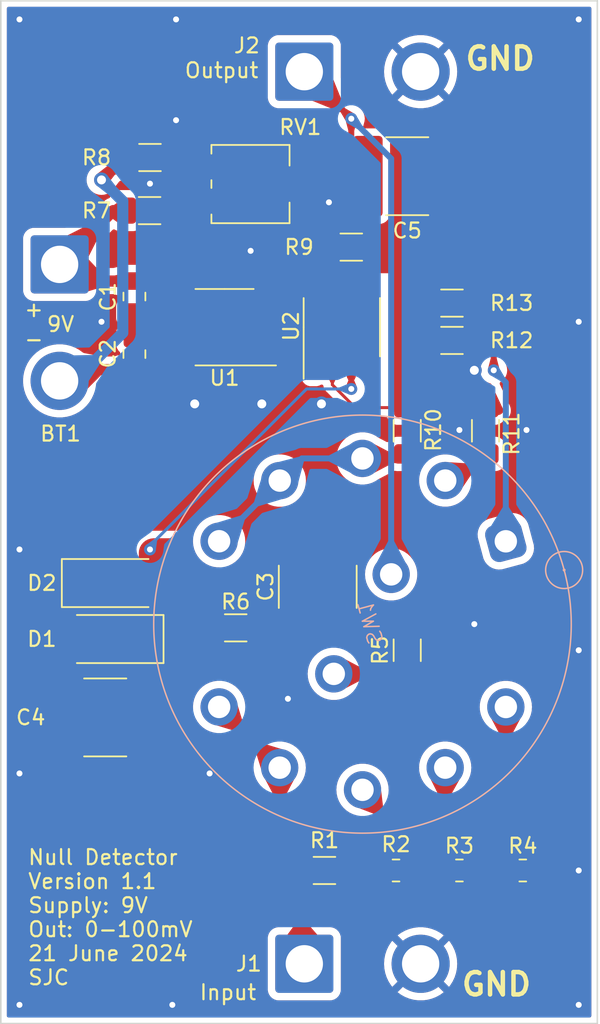
<source format=kicad_pcb>
(kicad_pcb (version 20221018) (generator pcbnew)

  (general
    (thickness 1.6)
  )

  (paper "A4")
  (layers
    (0 "F.Cu" mixed)
    (31 "B.Cu" mixed)
    (32 "B.Adhes" user "B.Adhesive")
    (33 "F.Adhes" user "F.Adhesive")
    (34 "B.Paste" user)
    (35 "F.Paste" user)
    (36 "B.SilkS" user "B.Silkscreen")
    (37 "F.SilkS" user "F.Silkscreen")
    (38 "B.Mask" user)
    (39 "F.Mask" user)
    (40 "Dwgs.User" user "User.Drawings")
    (41 "Cmts.User" user "User.Comments")
    (42 "Eco1.User" user "User.Eco1")
    (43 "Eco2.User" user "User.Eco2")
    (44 "Edge.Cuts" user)
    (45 "Margin" user)
    (46 "B.CrtYd" user "B.Courtyard")
    (47 "F.CrtYd" user "F.Courtyard")
    (48 "B.Fab" user)
    (49 "F.Fab" user)
    (50 "User.1" user)
    (51 "User.2" user)
    (52 "User.3" user)
    (53 "User.4" user)
    (54 "User.5" user)
    (55 "User.6" user)
    (56 "User.7" user)
    (57 "User.8" user)
    (58 "User.9" user)
  )

  (setup
    (stackup
      (layer "F.SilkS" (type "Top Silk Screen"))
      (layer "F.Paste" (type "Top Solder Paste"))
      (layer "F.Mask" (type "Top Solder Mask") (thickness 0.01))
      (layer "F.Cu" (type "copper") (thickness 0.035))
      (layer "dielectric 1" (type "core") (thickness 1.51) (material "FR4") (epsilon_r 4.5) (loss_tangent 0.02))
      (layer "B.Cu" (type "copper") (thickness 0.035))
      (layer "B.Mask" (type "Bottom Solder Mask") (thickness 0.01))
      (layer "B.Paste" (type "Bottom Solder Paste"))
      (layer "B.SilkS" (type "Bottom Silk Screen"))
      (copper_finish "None")
      (dielectric_constraints no)
    )
    (pad_to_mask_clearance 0)
    (pcbplotparams
      (layerselection 0x00010fc_ffffffff)
      (plot_on_all_layers_selection 0x0000000_00000000)
      (disableapertmacros false)
      (usegerberextensions false)
      (usegerberattributes true)
      (usegerberadvancedattributes true)
      (creategerberjobfile true)
      (dashed_line_dash_ratio 12.000000)
      (dashed_line_gap_ratio 3.000000)
      (svgprecision 4)
      (plotframeref false)
      (viasonmask false)
      (mode 1)
      (useauxorigin false)
      (hpglpennumber 1)
      (hpglpenspeed 20)
      (hpglpendiameter 15.000000)
      (dxfpolygonmode true)
      (dxfimperialunits true)
      (dxfusepcbnewfont true)
      (psnegative false)
      (psa4output false)
      (plotreference true)
      (plotvalue true)
      (plotinvisibletext false)
      (sketchpadsonfab false)
      (subtractmaskfromsilk false)
      (outputformat 1)
      (mirror false)
      (drillshape 1)
      (scaleselection 1)
      (outputdirectory "")
    )
  )

  (net 0 "")
  (net 1 "+BATT")
  (net 2 "/nr")
  (net 3 "-BATT")
  (net 4 "Net-(C3-Pad1)")
  (net 5 "GND")
  (net 6 "/amp+")
  (net 7 "/amp-")
  (net 8 "/output")
  (net 9 "/IN")
  (net 10 "Net-(R1-Pad2)")
  (net 11 "Net-(R2-Pad2)")
  (net 12 "Net-(R3-Pad2)")
  (net 13 "Net-(SW1B-B)")
  (net 14 "Net-(R7-Pad2)")
  (net 15 "Net-(R8-Pad1)")
  (net 16 "/trim")
  (net 17 "Net-(R10-Pad1)")
  (net 18 "Net-(R11-Pad1)")
  (net 19 "Net-(R13-Pad1)")
  (net 20 "unconnected-(U1-NC-Pad4)")
  (net 21 "unconnected-(U1-NC-Pad5)")
  (net 22 "unconnected-(U1-NC-Pad6)")
  (net 23 "unconnected-(U1-NC-Pad7)")
  (net 24 "unconnected-(U2-NC-Pad1)")
  (net 25 "unconnected-(U2-clk-Pad5)")
  (net 26 "unconnected-(U2-NC-Pad8)")

  (footprint "Connector_Wire:SolderWire-2sqmm_1x02_P7.8mm_D2mm_OD3.9mm" (layer "F.Cu") (at 145.35 85.75))

  (footprint "Resistor_SMD:R_1206_3216Metric_Pad1.30x1.75mm_HandSolder" (layer "F.Cu") (at 155.25 101.25 180))

  (footprint "Resistor_SMD:R_1206_3216Metric_Pad1.30x1.75mm_HandSolder" (layer "F.Cu") (at 152.25 109.8 90))

  (footprint "Resistor_SMD:R_1206_3216Metric_Pad1.30x1.75mm_HandSolder" (layer "F.Cu") (at 148.5 97.5))

  (footprint "Package_SO:SOIC-8_3.9x4.9mm_P1.27mm" (layer "F.Cu") (at 147.865 102.865 90))

  (footprint "Capacitor_SMD:C_2220_5750Metric_Pad1.97x5.40mm_HandSolder" (layer "F.Cu") (at 152.25 92.75 180))

  (footprint "Resistor_SMD:R_1206_3216Metric_Pad1.30x1.75mm_HandSolder" (layer "F.Cu") (at 140.75 123 180))

  (footprint "pot:Potentiometer_Vishay_TS63Y_Vertical" (layer "F.Cu") (at 141.740004 93.278001 180))

  (footprint "Connector_Wire:SolderWire-2sqmm_1x02_P7.8mm_D2mm_OD3.9mm" (layer "F.Cu") (at 145.35 145.5))

  (footprint "Resistor_SMD:R_1206_3216Metric_Pad1.30x1.75mm_HandSolder" (layer "F.Cu") (at 157.5 109.8 90))

  (footprint "Capacitor_SMD:C_2220_5750Metric_Pad1.97x5.40mm_HandSolder" (layer "F.Cu") (at 146.25 120.25 90))

  (footprint "Resistor_SMD:R_0805_2012Metric_Pad1.20x1.40mm_HandSolder" (layer "F.Cu") (at 155.75 139.25))

  (footprint "Resistor_SMD:R_1206_3216Metric_Pad1.30x1.75mm_HandSolder" (layer "F.Cu") (at 134.974 95.056001))

  (footprint "Resistor_SMD:R_1206_3216Metric_Pad1.30x1.75mm_HandSolder" (layer "F.Cu") (at 146.7 139.25))

  (footprint "Capacitor_SMD:C_0805_2012Metric_Pad1.18x1.45mm_HandSolder" (layer "F.Cu") (at 133.956998 100.8115 -90))

  (footprint "Resistor_SMD:R_1206_3216Metric_Pad1.30x1.75mm_HandSolder" (layer "F.Cu") (at 155.25 103.75))

  (footprint "Capacitor_SMD:C_2220_5750Metric_Pad1.97x5.40mm_HandSolder" (layer "F.Cu") (at 132 129 180))

  (footprint "Capacitor_SMD:C_0805_2012Metric_Pad1.18x1.45mm_HandSolder" (layer "F.Cu") (at 133.957 104.6645 -90))

  (footprint "Package_SO:SOIC-8_3.9x4.9mm_P1.27mm" (layer "F.Cu") (at 140 102.865 180))

  (footprint "Connector_Wire:SolderWire-2sqmm_1x02_P7.8mm_D2mm_OD3.9mm" (layer "F.Cu") (at 128.942 98.658 -90))

  (footprint "Resistor_SMD:R_0805_2012Metric_Pad1.20x1.40mm_HandSolder" (layer "F.Cu") (at 160 139.25))

  (footprint "Resistor_SMD:R_1206_3216Metric_Pad1.30x1.75mm_HandSolder" (layer "F.Cu") (at 152.25 124.5 90))

  (footprint "Resistor_SMD:R_0805_2012Metric_Pad1.20x1.40mm_HandSolder" (layer "F.Cu") (at 151.5 139.25))

  (footprint "Diode_SMD:D_MELF" (layer "F.Cu") (at 132.5 120))

  (footprint "Resistor_SMD:R_1206_3216Metric_Pad1.30x1.75mm_HandSolder" (layer "F.Cu") (at 135 91.5 180))

  (footprint "Diode_SMD:D_MELF" (layer "F.Cu") (at 132.5 123.75 180))

  (footprint "switch:ck_a205_c" (layer "B.Cu") (at 149.25 122.75 105))

  (gr_rect (start 125 81) (end 165 149.5)
    (stroke (width 0.1) (type default)) (fill none) (layer "Edge.Cuts") (tstamp a3f6d2a6-9acf-44d6-b5f2-b7420a84b33f))
  (gr_text "Input" (at 138.25 148) (layer "F.SilkS") (tstamp 3ba6df0a-a970-4297-b9ab-5f3027004b5f)
    (effects (font (size 1 1) (thickness 0.15)) (justify left bottom))
  )
  (gr_text "Null Detector\nVersion 1.1\nSupply: 9V\nOut: 0-100mV\n21 June 2024\nSJC\n" (at 126.75 147) (layer "F.SilkS") (tstamp 5d2422a8-c38a-406f-9f91-37c7c4af68bf)
    (effects (font (size 1 1) (thickness 0.15)) (justify left bottom))
  )
  (gr_text "+" (at 126.5 102.25) (layer "F.SilkS") (tstamp 74213a84-1072-43db-b6a1-b437b99f9d6e)
    (effects (font (size 1 1) (thickness 0.15)) (justify left bottom))
  )
  (gr_text "GND" (at 156 85.75) (layer "F.SilkS") (tstamp 9cb41923-58d3-41fd-9f34-8c48590cc9ca)
    (effects (font (size 1.5 1.5) (thickness 0.3) bold) (justify left bottom))
  )
  (gr_text "GND" (at 155.75 147.75) (layer "F.SilkS") (tstamp cbe5d5d3-ebed-4755-9335-7c5dd3d0acb1)
    (effects (font (size 1.5 1.5) (thickness 0.3) bold) (justify left bottom))
  )
  (gr_text "9V" (at 128 103.25) (layer "F.SilkS") (tstamp d3e193a7-82a7-4c89-a08b-87a55344a437)
    (effects (font (size 1 1) (thickness 0.15)) (justify left bottom))
  )
  (gr_text "Output" (at 137.25 86.25) (layer "F.SilkS") (tstamp e4494d4a-eea8-431e-8fe2-6df22370efd9)
    (effects (font (size 1 1) (thickness 0.15)) (justify left bottom))
  )
  (gr_text "-" (at 126.5 104.25) (layer "F.SilkS") (tstamp e8996dcd-59e3-47fd-b5f2-149d7f9956b2)
    (effects (font (size 1 1) (thickness 0.15)) (justify left bottom))
  )

  (segment (start 130.058 99.774) (end 128.942 98.658) (width 0.75) (layer "F.Cu") (net 1) (tstamp 1011a134-cbf4-43cf-a5bb-0acef7fe183b))
  (segment (start 139.001696 99.774) (end 141.457696 102.23) (width 0.75) (layer "F.Cu") (net 1) (tstamp 206afe60-933b-4792-8804-14b3c3c0bcad))
  (segment (start 147.23 101.75) (end 146.75 102.23) (width 0.75) (layer "F.Cu") (net 1) (tstamp 273d6f99-3eeb-44e2-899e-fb1a21bab149))
  (segment (start 146.75 102.23) (end 142.475 102.23) (width 0.75) (layer "F.Cu") (net 1) (tstamp 3fe34ef2-a7e6-4063-b835-f1143edb0ad8))
  (segment (start 141.457696 102.23) (end 142.475 102.23) (width 0.75) (layer "F.Cu") (net 1) (tstamp 52ad9b55-e6b5-4d54-b521-28c51872fba7))
  (segment (start 128.942 98.658) (end 132.543999 95.056001) (width 0.75) (layer "F.Cu") (net 1) (tstamp 5d0f83b7-1fe7-4da6-a946-268483c0bafd))
  (segment (start 147.23 100.39) (end 147.23 101.75) (width 0.75) (layer "F.Cu") (net 1) (tstamp 7a58eaeb-3793-4b69-883f-638a61bd963b))
  (segment (start 132.543999 95.056001) (end 133.424 95.056001) (width 0.75) (layer "F.Cu") (net 1) (tstamp 9fbe3943-8667-40eb-932a-4c8f5db36bce))
  (segment (start 133.956998 99.774) (end 130.058 99.774) (width 0.75) (layer "F.Cu") (net 1) (tstamp a633af87-6577-4a16-91c7-52956f6c8a26))
  (segment (start 133.956998 99.774) (end 139.001696 99.774) (width 0.75) (layer "F.Cu") (net 1) (tstamp dc02eb29-5387-42ad-8a29-387ff2f7afe4))
  (segment (start 133.956998 103.626998) (end 133.957 103.627) (width 0.75) (layer "F.Cu") (net 2) (tstamp 78937ba3-80f9-42da-992e-a400a4860b45))
  (segment (start 133.956998 101.849) (end 133.956998 103.626998) (width 0.75) (layer "F.Cu") (net 2) (tstamp 96b791f6-efad-47ce-9150-e7b0d35ac0f4))
  (segment (start 133.957 103.627) (end 135.364696 103.627) (width 0.75) (layer "F.Cu") (net 2) (tstamp 9e3f1b2f-86b4-4cc5-8829-125647a79cd6))
  (segment (start 136.432696 104.695) (end 137.525 104.695) (width 0.75) (layer "F.Cu") (net 2) (tstamp e5b6f34c-fb83-4a68-91eb-29cc549da4ef))
  (segment (start 135.364696 103.627) (end 136.432696 104.695) (width 0.75) (layer "F.Cu") (net 2) (tstamp eecddbd2-ac69-425f-a10d-9f0c2e31af96))
  (segment (start 133.957 105.702) (end 134.2 105.945) (width 0.75) (layer "F.Cu") (net 3) (tstamp 071dec72-565c-4b3f-b6c3-ef671fc87c16))
  (segment (start 133.957 105.702) (end 134.1 105.845) (width 0.75) (layer "F.Cu") (net 3) (tstamp 1892362a-b8fa-48a9-a2af-16869f703c7d))
  (segment (start 133.25 91.5) (end 131.75 93) (width 0.75) (layer "F.Cu") (net 3) (tstamp 3462ffde-368a-4f1d-8bdb-7cce37a212c1))
  (segment (start 129.698 105.702) (end 128.942 106.458) (width 0.75) (layer "F.Cu") (net 3) (tstamp 36296a32-bdf3-4c42-82d4-923e0adc1005))
  (segment (start 134.1 105.845) (end 139.112696 105.845) (width 0.75) (layer "F.Cu") (net 3) (tstamp 526866a5-6d1a-45e6-984e-68445515e258))
  (segment (start 133.45 91.5) (end 133.25 91.5) (width 0.75) (layer "F.Cu") (net 3) (tstamp 5ab78a2b-6933-4905-9526-0c7e867a96ec))
  (segment (start 133.957 105.702) (end 129.698 105.702) (width 0.75) (layer "F.Cu") (net 3) (tstamp 631fa993-43d1-40bf-a254-a499e38eae72))
  (segment (start 139.112696 105.845) (end 141.457696 103.5) (width 0.75) (layer "F.Cu") (net 3) (tstamp 71a64f07-fb61-49a3-97b1-7475a793ca59))
  (segment (start 149.25 103.5) (end 142.475 103.5) (width 0.75) (layer "F.Cu") (net 3) (tstamp 95c7c43a-406f-4f1a-8578-e5113c55249b))
  (segment (start 149.77 104.02) (end 149.25 103.5) (width 0.75) (layer "F.Cu") (net 3) (tstamp cbf238a4-9538-4205-ae7f-031d6a5ce982))
  (segment (start 149.77 105.34) (end 149.77 104.02) (width 0.75) (layer "F.Cu") (net 3) (tstamp dc6b62d6-bce3-4651-969f-a2799ddd8135))
  (segment (start 141.457696 103.5) (end 142.475 103.5) (width 0.75) (layer "F.Cu") (net 3) (tstamp f0e097ac-226f-495f-841a-6c696e5a6bde))
  (via (at 131.75 93) (size 1) (drill 0.6) (layers "F.Cu" "B.Cu") (net 3) (tstamp 4829cf4f-df46-4f94-a595-2c7cc325ab83))
  (segment (start 133.175 103.236701) (end 129.953701 106.458) (width 0.75) (layer "B.Cu") (net 3) (tstamp 16e8e7f5-8c24-438f-815b-623929e4d95a))
  (segment (start 129.953701 106.458) (end 128.942 106.458) (width 0.75) (layer "B.Cu") (net 3) (tstamp 779dc6a8-39ed-43fb-8628-1b3eede86d30))
  (segment (start 131.75 93) (end 133.175 94.425) (width 0.75) (layer "B.Cu") (net 3) (tstamp 91291213-7923-47fc-8786-9cc0e216a35a))
  (segment (start 133.175 94.425) (end 133.175 103.236701) (width 0.75) (layer "B.Cu") (net 3) (tstamp cdd8735f-6e4a-459b-b627-9bb7657f6124))
  (segment (start 146.25 122.8875) (end 152.1875 122.8875) (width 0.4) (layer "F.Cu") (net 4) (tstamp 235746b2-4bee-48c6-97b6-1e8f5d749b40))
  (segment (start 152.1875 122.8875) (end 152.25 122.95) (width 0.4) (layer "F.Cu") (net 4) (tstamp 93008b12-6c09-401c-940f-83a716e917ac))
  (segment (start 142.3 123) (end 146.1375 123) (width 0.4) (layer "F.Cu") (net 4) (tstamp ca1d36a3-fb60-42bb-9b9a-c30f920d8111))
  (segment (start 146.1375 123) (end 146.25 122.8875) (width 0.4) (layer "F.Cu") (net 4) (tstamp ee706aba-0a10-41f6-8972-70fc50f0b9e2))
  (segment (start 156.8 105.7) (end 156.75 105.75) (width 0.75) (layer "F.Cu") (net 5) (tstamp 62b4c322-0c3b-4261-a9f6-e9319a56f1bb))
  (segment (start 156.8 103.75) (end 156.8 105.7) (width 0.75) (layer "F.Cu") (net 5) (tstamp b94a3654-f769-4111-ae2b-f0e25e5a3b7e))
  (via (at 138 108) (size 1) (drill 0.6) (layers "F.Cu" "B.Cu") (free) (net 5) (tstamp 0667228d-31ad-4008-a09b-25afb4853924))
  (via (at 155.75 109.75) (size 0.8) (drill 0.4) (layers "F.Cu" "B.Cu") (free) (net 5) (tstamp 0eb8ff7c-1ea8-4a50-9699-54a4ed44618e))
  (via (at 142.5 108) (size 1) (drill 0.6) (layers "F.Cu" "B.Cu") (free) (net 5) (tstamp 15eeefb8-dd3b-4956-b98f-73bf4c077dad))
  (via (at 163.75 82.25) (size 0.8) (drill 0.4) (layers "F.Cu" "B.Cu") (free) (net 5) (tstamp 18c47311-6a1c-4bf3-b180-3412577063f9))
  (via (at 163.75 124.5) (size 0.8) (drill 0.4) (layers "F.Cu" "B.Cu") (free) (net 5) (tstamp 1c5dffc5-66ee-4c3b-9f89-cd718c128d75))
  (via (at 136.75 82.25) (size 0.8) (drill 0.4) (layers "F.Cu" "B.Cu") (free) (net 5) (tstamp 25475d13-aa98-4663-b67b-5d2c85e9a5c4))
  (via (at 163.75 148.25) (size 0.8) (drill 0.4) (layers "F.Cu" "B.Cu") (free) (net 5) (tstamp 2f0e5cb5-5d0a-41fc-9a7c-2e9ba1d81e8f))
  (via (at 126.25 132.75) (size 0.8) (drill 0.4) (layers "F.Cu" "B.Cu") (free) (net 5) (tstamp 42067626-d814-45d1-9fe3-c305a37a62a6))
  (via (at 163.75 139.25) (size 0.8) (drill 0.4) (layers "F.Cu" "B.Cu") (free) (net 5) (tstamp 45dcb835-c2a3-4024-836b-f50ead4a4f39))
  (via (at 131.75 102.5) (size 0.8) (drill 0.4) (layers "F.Cu" "B.Cu") (free) (net 5) (tstamp 46fa56e6-1e35-4909-8e9c-400827881954))
  (via (at 136.75 89) (size 0.8) (drill 0.4) (layers "F.Cu" "B.Cu") (free) (net 5) (tstamp 524ecde6-496b-429e-a723-250d1912408a))
  (via (at 144.25 127.75) (size 0.8) (drill 0.4) (layers "F.Cu" "B.Cu") (free) (net 5) (tstamp 557867fb-1b7c-45ca-829a-abca18120d38))
  (via (at 136.5 148.25) (size 0.8) (drill 0.4) (layers "F.Cu" "B.Cu") (free) (net 5) (tstamp 578fea78-3353-4a64-ab6e-c9376104ef8e))
  (via (at 156.75 105.75) (size 1) (drill 0.6) (layers "F.Cu" "B.Cu") (net 5) (tstamp 591b0c0e-b829-4baa-a948-d9cd907e44ae))
  (via (at 147 94.5) (size 0.8) (drill 0.4) (layers "F.Cu" "B.Cu") (free) (net 5) (tstamp 602b91ce-1558-4ca0-9b6f-42cdb12fbf59))
  (via (at 135 93.25) (size 0.8) (drill 0.4) (layers "F.Cu" "B.Cu") (free) (net 5) (tstamp 7e2e023a-7a2c-40ed-a693-3e8b972e5ce6))
  (via (at 126.25 117.75) (size 0.8) (drill 0.4) (layers "F.Cu" "B.Cu") (free) (net 5) (tstamp a2e99c46-1578-42f3-8985-ce86ed95be48))
  (via (at 156.75 122.75) (size 0.8) (drill 0.4) (layers "F.Cu" "B.Cu") (free) (net 5) (tstamp a6dd3df1-b454-4350-8e93-771e56171032))
  (via (at 126.25 148.25) (size 0.8) (drill 0.4) (layers "F.Cu" "B.Cu") (free) (net 5) (tstamp c30e4bb4-c69f-4a74-871a-b10766a6b819))
  (via (at 146.5 108) (size 1) (drill 0.6) (layers "F.Cu" "B.Cu") (free) (net 5) (tstamp ce9efbff-92f5-4455-8247-ade9446de6b3))
  (via (at 126.25 82.25) (size 0.8) (drill 0.4) (layers "F.Cu" "B.Cu") (free) (net 5) (tstamp ced52618-6e12-45e4-93ad-8c4e76b8a54f))
  (via (at 141.75 97.75) (size 0.8) (drill 0.4) (layers "F.Cu" "B.Cu") (free) (net 5) (tstamp d10b74e6-eb15-4e1f-814d-b00870d8c4d3))
  (via (at 160.25 109.75) (size 0.8) (drill 0.4) (layers "F.Cu" "B.Cu") (free) (net 5) (tstamp ea893a90-1f95-4f43-8ae6-1c72fa6322af))
  (via (at 163.75 102.5) (size 0.8) (drill 0.4) (layers "F.Cu" "B.Cu") (free) (net 5) (tstamp f0dfb1d1-b307-4fe8-a910-969d85e3bf6c))
  (via (at 139 132.75) (size 0.8) (drill 0.4) (layers "F.Cu" "B.Cu") (free) (net 5) (tstamp fa338267-99a9-49df-9ef2-42bd8ce9ea30))
  (segment (start 148.5 105.34) (end 148.5 107) (width 0.2) (layer "F.Cu") (net 6) (tstamp 7f1edb20-ce1b-440c-99fd-360e9d749563))
  (via (at 148.5 107) (size 0.8) (drill 0.4) (layers "F.Cu" "B.Cu") (net 6) (tstamp 425a0129-52b9-4686-aac6-6871456fdce6))
  (via (at 135 117.75) (size 0.8) (drill 0.4) (layers "F.Cu" "B.Cu") (net 6) (tstamp fa540061-4b0c-478f-8ab2-f2463b60a527))
  (segment (start 135 117.75) (end 135 117.5) (width 0.2) (layer "B.Cu") (net 6) (tstamp 9833a880-1efc-4066-a5d8-3ace1ed7fede))
  (segment (start 148.5 107) (end 145.5 107) (width 0.2) (layer "B.Cu") (net 6) (tstamp 9dbcebc9-5a3b-43bd-bf5e-eb81c2c82176))
  (segment (start 135 117.5) (end 145.5 107) (width 0.2) (layer "B.Cu") (net 6) (tstamp bf1cd9bd-66f9-48cf-b362-aa626bd41af7))
  (segment (start 147.23 105.34) (end 147.23 106.71995) (width 0.2) (layer "F.Cu") (net 7) (tstamp 23eb454c-f2f0-403f-978f-5b417f825ce9))
  (segment (start 147.23 106.71995) (end 148.76005 108.25) (width 0.2) (layer "F.Cu") (net 7) (tstamp 81760bfe-f5b4-42fb-8216-75719acaf355))
  (segment (start 148.76005 108.25) (end 152.25 108.25) (width 0.2) (layer "F.Cu") (net 7) (tstamp e2b11f10-1911-4478-aeab-a94ccc3c48b1))
  (segment (start 148.5 94.25) (end 148.5 88.9) (width 0.4) (layer "F.Cu") (net 8) (tstamp 0dd2951b-00bb-465d-9dfd-6454995e306e))
  (segment (start 148.5 94.25) (end 148.5 93.8625) (width 0.4) (layer "F.Cu") (net 8) (tstamp 42df3fcd-8ef3-48e3-875a-51a28f8b7145))
  (segment (start 148.5 93.8625) (end 149.6125 92.75) (width 0.4) (layer "F.Cu") (net 8) (tstamp 62a9dbef-283c-47e6-b100-0fafbeece805))
  (segment (start 148.5 88.9) (end 145.35 85.75) (width 0.4) (layer "F.Cu") (net 8) (tstamp 7f3d7dce-a50d-4908-8d01-ecc9181b7e60))
  (segment (start 148.5 100.39) (end 148.5 94.25) (width 0.4) (layer "F.Cu") (net 8) (tstamp cdf74593-e3a1-400a-8fd7-ecb34b2a5981))
  (via (at 148.5 88.9) (size 0.8) (drill 0.4) (layers "F.Cu" "B.Cu") (net 8) (tstamp 135af85a-cd5b-4441-b291-a401dc4886df))
  (segment (start 151.17333 91.57333) (end 148.5 88.9) (width 0.4) (layer "B.Cu") (net 8) (tstamp 4d6a7fee-bc08-4ad1-a4ab-11fb1b84147d))
  (segment (start 151.17333 119.418694) (end 151.17333 91.57333) (width 0.4) (layer "B.Cu") (net 8) (tstamp c4c1cc3f-d5d4-4cf7-b782-ff968e1e5318))
  (segment (start 143.699212 132.364247) (end 139.638086 128.303121) (width 0.4) (layer "F.Cu") (net 9) (tstamp 002acbed-6037-4f29-87e6-ca050b894453))
  (segment (start 143.699212 137.799212) (end 145.15 139.25) (width 0.4) (layer "F.Cu") (net 9) (tstamp 8202fdc2-ae28-4bc6-be2e-932e72d53ec5))
  (segment (start 143.699212 132.364247) (end 143.699212 137.799212) (width 0.4) (layer "F.Cu") (net 9) (tstamp b5161a29-74fb-4d36-a6fb-f528c195374f))
  (segment (start 139.638086 128.303121) (end 139.638086 128.296747) (width 0.4) (layer "F.Cu") (net 9) (tstamp c2798cae-977f-49af-ae0e-ec4e34146bda))
  (segment (start 145.15 139.25) (end 145.15 145.3) (width 0.4) (layer "F.Cu") (net 9) (tstamp d39c5820-1a69-4033-9cf8-4140fe2f7845))
  (segment (start 145.15 145.3) (end 145.35 145.5) (width 0.4) (layer "F.Cu") (net 9) (tstamp f9082da2-1ad6-434e-9a2c-44dd799ad018))
  (segment (start 149.252333 133.847536) (end 150.5 135.095203) (width 0.4) (layer "F.Cu") (net 10) (tstamp c8361ebf-ad05-480e-ba57-b519b64f2479))
  (segment (start 150.5 135.095203) (end 150.5 139.25) (width 0.4) (layer "F.Cu") (net 10) (tstamp f1881766-febc-4f0b-9d24-9e39a45ac4e0))
  (segment (start 148.25 139.25) (end 150.5 139.25) (width 0.4) (layer "F.Cu") (net 10) (tstamp fe923f74-d4d6-435e-b348-5d2fba2ada54))
  (segment (start 152.5 139.25) (end 154.75 139.25) (width 0.4) (layer "F.Cu") (net 11) (tstamp 359554cd-472b-4de0-b726-acc4f761b8d0))
  (segment (start 154.75 139.25) (end 154.75 132.408661) (width 0.4) (layer "F.Cu") (net 11) (tstamp 89900aab-2a00-4f65-92f8-02c66cd0349d))
  (segment (start 154.75 132.408661) (end 154.796747 132.361914) (width 0.4) (layer "F.Cu") (net 11) (tstamp ccd553ad-8c12-49a7-a377-172c9f3ff7dc))
  (segment (start 158.864247 139.114247) (end 159 139.25) (width 0.4) (layer "F.Cu") (net 12) (tstamp 2981f122-7fed-48dd-87d4-f36cf63258ed))
  (segment (start 158.864247 128.300788) (end 158.864247 139.114247) (width 0.4) (layer "F.Cu") (net 12) (tstamp 55d2c090-27c6-426e-bebe-e7aa482456f0))
  (segment (start 156.75 139.25) (end 159 139.25) (width 0.4) (layer "F.Cu") (net 12) (tstamp 8816f011-085b-461f-912a-a627c515f042))
  (segment (start 152.218694 126.081306) (end 152.25 126.05) (width 0.4) (layer "F.Cu") (net 13) (tstamp b9ff7418-ee34-409f-b5cd-8e57726a9adc))
  (segment (start 147.32667 126.081306) (end 152.218694 126.081306) (width 0.4) (layer "F.Cu") (net 13) (tstamp c0a72b7a-9e3b-4953-88f2-a62b86bbb5cd))
  (segment (start 138.982004 95.056001) (end 139.490004 94.548001) (width 0.4) (layer "F.Cu") (net 14) (tstamp 67d1e6bb-505e-4c21-a045-22a3120436cb))
  (segment (start 136.524 95.056001) (end 138.982004 95.056001) (width 0.4) (layer "F.Cu") (net 14) (tstamp 9af48819-e042-4dc7-aa36-f7a2cbcd4899))
  (segment (start 138.982003 91.5) (end 139.490004 92.008001) (width 0.4) (layer "F.Cu") (net 15) (tstamp 57541d2a-2ecf-4f11-9312-794c5db41e00))
  (segment (start 136.55 91.5) (end 138.982003 91.5) (width 0.4) (layer "F.Cu") (net 15) (tstamp f30b2593-cb85-4322-b2fa-e8624e0f83ae))
  (segment (start 143.990004 93.278001) (end 143.990004 94.540004) (width 0.4) (layer "F.Cu") (net 16) (tstamp 0ba4307e-ad65-4391-a7c8-0a1d842e50b9))
  (segment (start 143.990004 94.540004) (end 146.95 97.5) (width 0.4) (layer "F.Cu") (net 16) (tstamp 63eab81e-ac5a-4c22-9bd6-b8d11cccceea))
  (segment (start 149.247667 111.652464) (end 151.947536 111.652464) (width 0.4) (layer "F.Cu") (net 17) (tstamp 5eea295c-1a1f-46a0-a779-ea92eed3c0e1))
  (segment (start 151.947536 111.652464) (end 152.25 111.35) (width 0.4) (layer "F.Cu") (net 17) (tstamp 9b6a988c-3098-4d96-a43a-9824c22738db))
  (segment (start 143.703253 113.138086) (end 145.188875 111.652464) (width 0.4) (layer "B.Cu") (net 17) (tstamp 87b73467-8e9c-4c25-8083-bfebd465154c))
  (segment (start 143.696879 113.138086) (end 143.703253 113.138086) (width 0.4) (layer "B.Cu") (net 17) (tstamp 96655a80-121e-41ab-8ceb-a26e1a5a3f04))
  (segment (start 145.188875 111.652464) (end 149.247667 111.652464) (width 0.4) (layer "B.Cu") (net 17) (tstamp b2d060ac-0ce5-4692-bfb0-ac7d42368cec))
  (segment (start 139.635753 117.199212) (end 143.696879 113.138086) (width 0.4) (layer "B.Cu") (net 17) (tstamp c636ad57-3093-49a5-a753-96c6769efea4))
  (segment (start 155.714247 113.135753) (end 157.5 111.35) (width 0.4) (layer "F.Cu") (net 18) (tstamp 3c3ff7d6-a07f-445f-85ad-1db740e42316))
  (segment (start 154.800788 113.135753) (end 155.714247 113.135753) (width 0.4) (layer "F.Cu") (net 18) (tstamp de2a5731-1f0a-483d-abe5-7a717830e879))
  (segment (start 156.8 101.25) (end 158.050003 102.500003) (width 0.4) (layer "F.Cu") (net 19) (tstamp 25e75bec-d54a-4f4f-b20f-70368e0325ff))
  (segment (start 158.050003 102.500003) (end 158.050003 105.75) (width 0.4) (layer "F.Cu") (net 19) (tstamp afdd3804-0245-45d8-8538-422612cf78f1))
  (via (at 158.050003 105.75) (size 0.8) (drill 0.4) (layers "F.Cu" "B.Cu") (net 19) (tstamp d16d6ab6-72bd-486a-8c1c-fcbb6af924b5))
  (segment (start 158.050003 105.75) (end 158.861914 106.561911) (width 0.4) (layer "B.Cu") (net 19) (tstamp 5c3dde76-b092-4ad7-a79f-9e99c68e24c9))
  (segment (start 158.861914 106.561911) (end 158.861914 117.203253) (width 0.4) (layer "B.Cu") (net 19) (tstamp 8414ee78-96a3-4495-bd2b-3b85701e565e))

  (zone (net 7) (net_name "/amp-") (layer "F.Cu") (tstamp 0b5c3a01-ff7f-4630-8d06-3aefb2917787) (name "$teardrop_padvia$") (hatch edge 0.5)
    (priority 30051)
    (attr (teardrop (type padvia)))
    (connect_pads yes (clearance 0))
    (min_thickness 0.0254) (filled_areas_thickness no)
    (fill yes (thermal_gap 0.5) (thermal_bridge_width 0.5) (island_removal_mode 1) (island_area_min 10))
    (polygon
      (pts
        (xy 147.13 106.615)
        (xy 147.33 106.615)
        (xy 147.518582 106.222403)
        (xy 147.23 105.339)
        (xy 146.941418 106.222403)
      )
    )
    (filled_polygon
      (layer "F.Cu")
      (pts
        (xy 147.240433 105.371384)
        (xy 147.241122 105.373046)
        (xy 147.517123 106.217938)
        (xy 147.516547 106.226637)
        (xy 147.333187 106.608366)
        (xy 147.326516 106.61434)
        (xy 147.322641 106.615)
        (xy 147.137359 106.615)
        (xy 147.129086 106.611573)
        (xy 147.126813 106.608366)
        (xy 146.943452 106.226637)
        (xy 146.942876 106.217939)
        (xy 147.218878 105.373045)
        (xy 147.224705 105.366246)
        (xy 147.233633 105.365557)
      )
    )
  )
  (zone (net 18) (net_name "Net-(R11-Pad1)") (layer "F.Cu") (tstamp 0d0b33b5-056f-4e5c-a288-8473507e8bef) (name "$teardrop_padvia$") (hatch edge 0.5)
    (priority 30018)
    (attr (teardrop (type padvia)))
    (connect_pads yes (clearance 0))
    (min_thickness 0.0254) (filled_areas_thickness no)
    (fill yes (thermal_gap 0.5) (thermal_bridge_width 0.5) (island_removal_mode 1) (island_area_min 10))
    (polygon
      (pts
        (xy 156.253108 112.31405)
        (xy 156.53595 112.596892)
        (xy 157.769239 112)
        (xy 157.500707 111.349293)
        (xy 156.625 111.305761)
      )
    )
    (filled_polygon
      (layer "F.Cu")
      (pts
        (xy 157.493302 111.348924)
        (xy 157.501394 111.352758)
        (xy 157.503535 111.356147)
        (xy 157.765033 111.989808)
        (xy 157.765022 111.998763)
        (xy 157.759315 112.004802)
        (xy 156.543437 112.593267)
        (xy 156.534497 112.593787)
        (xy 156.530067 112.591009)
        (xy 156.258403 112.319345)
        (xy 156.254976 112.311072)
        (xy 156.255698 112.307027)
        (xy 156.622026 111.313822)
        (xy 156.628103 111.307248)
        (xy 156.63358 111.306187)
      )
    )
  )
  (zone (net 1) (net_name "+BATT") (layer "F.Cu") (tstamp 149f92f6-d9c8-45cf-8750-e8f8cda7e9a8) (name "$teardrop_padvia$") (hatch edge 0.5)
    (priority 30026)
    (attr (teardrop (type padvia)))
    (connect_pads yes (clearance 0))
    (min_thickness 0.0254) (filled_areas_thickness no)
    (fill yes (thermal_gap 0.5) (thermal_bridge_width 0.5) (island_removal_mode 1) (island_area_min 10))
    (polygon
      (pts
        (xy 135.269498 100.149)
        (xy 135.269498 99.399)
        (xy 134.527669 99.20553)
        (xy 133.955998 99.774)
        (xy 134.527669 100.34247)
      )
    )
    (filled_polygon
      (layer "F.Cu")
      (pts
        (xy 134.534133 99.207215)
        (xy 135.260752 99.396719)
        (xy 135.267891 99.402121)
        (xy 135.269498 99.408039)
        (xy 135.269498 100.13996)
        (xy 135.266071 100.148233)
        (xy 135.260751 100.151281)
        (xy 134.534134 100.340783)
        (xy 134.525263 100.339555)
        (xy 134.522931 100.337758)
        (xy 134.284217 100.100381)
        (xy 133.964339 99.782294)
        (xy 133.96089 99.774033)
        (xy 133.964294 99.76575)
        (xy 134.522931 99.21024)
        (xy 134.531214 99.206837)
      )
    )
  )
  (zone (net 4) (net_name "Net-(C3-Pad1)") (layer "F.Cu") (tstamp 187e897f-b8ad-4882-813b-5a0d0560eb6c) (name "$teardrop_padvia$") (hatch edge 0.5)
    (priority 30002)
    (attr (teardrop (type padvia)))
    (connect_pads yes (clearance 0))
    (min_thickness 0.0254) (filled_areas_thickness no)
    (fill yes (thermal_gap 0.5) (thermal_bridge_width 0.5) (island_removal_mode 1) (island_area_min 10))
    (polygon
      (pts
        (xy 142.562501 122.8)
        (xy 142.562501 123.2)
        (xy 143.704329 123.85597)
        (xy 146.251 122.8875)
        (xy 143.618813 121.979823)
      )
    )
    (filled_polygon
      (layer "F.Cu")
      (pts
        (xy 143.624797 121.981886)
        (xy 146.220484 122.876976)
        (xy 146.227187 122.882913)
        (xy 146.22773 122.891851)
        (xy 146.221793 122.898555)
        (xy 146.220828 122.898973)
        (xy 143.709509 123.853999)
        (xy 143.700558 123.853737)
        (xy 143.699522 123.853208)
        (xy 142.568373 123.203373)
        (xy 142.562906 123.19628)
        (xy 142.562501 123.193228)
        (xy 142.562501 122.805727)
        (xy 142.565928 122.797454)
        (xy 142.56702 122.79649)
        (xy 143.613811 121.983706)
        (xy 143.622446 121.98134)
      )
    )
  )
  (zone (net 6) (net_name "/amp+") (layer "F.Cu") (tstamp 210a786b-f708-447c-888b-8920d6ff4c8b) (name "$teardrop_padvia$") (hatch edge 0.5)
    (priority 30052)
    (attr (teardrop (type padvia)))
    (connect_pads yes (clearance 0))
    (min_thickness 0.0254) (filled_areas_thickness no)
    (fill yes (thermal_gap 0.5) (thermal_bridge_width 0.5) (island_removal_mode 1) (island_area_min 10))
    (polygon
      (pts
        (xy 148.4 106.615)
        (xy 148.6 106.615)
        (xy 148.788582 106.222403)
        (xy 148.5 105.339)
        (xy 148.211418 106.222403)
      )
    )
    (filled_polygon
      (layer "F.Cu")
      (pts
        (xy 148.510433 105.371384)
        (xy 148.511122 105.373046)
        (xy 148.787123 106.217938)
        (xy 148.786547 106.226637)
        (xy 148.603187 106.608366)
        (xy 148.596516 106.61434)
        (xy 148.592641 106.615)
        (xy 148.407359 106.615)
        (xy 148.399086 106.611573)
        (xy 148.396813 106.608366)
        (xy 148.213452 106.226637)
        (xy 148.212876 106.217939)
        (xy 148.488878 105.373045)
        (xy 148.494705 105.366246)
        (xy 148.503633 105.365557)
      )
    )
  )
  (zone (net 11) (net_name "Net-(R2-Pad2)") (layer "F.Cu") (tstamp 2ae960b4-f594-4e35-83e8-8e5990e35d47) (name "$teardrop_padvia$") (hatch edge 0.5)
    (priority 30011)
    (attr (teardrop (type padvia)))
    (connect_pads yes (clearance 0))
    (min_thickness 0.0254) (filled_areas_thickness no)
    (fill yes (thermal_gap 0.5) (thermal_bridge_width 0.5) (island_removal_mode 1) (island_area_min 10))
    (polygon
      (pts
        (xy 154.55 134.592924)
        (xy 154.95 134.592924)
        (xy 155.781089 133.119003)
        (xy 154.796747 132.360914)
        (xy 153.781761 133.065928)
      )
    )
    (filled_polygon
      (layer "F.Cu")
      (pts
        (xy 154.803529 132.366137)
        (xy 155.773057 133.112817)
        (xy 155.777521 133.12058)
        (xy 155.776109 133.127834)
        (xy 155.266872 134.030956)
        (xy 154.953633 134.586482)
        (xy 154.953357 134.586971)
        (xy 154.946309 134.592494)
        (xy 154.943166 134.592924)
        (xy 154.557211 134.592924)
        (xy 154.548938 134.589497)
        (xy 154.546759 134.586482)
        (xy 153.786325 133.075)
        (xy 153.785668 133.06607)
        (xy 153.790099 133.060135)
        (xy 154.789715 132.365797)
        (xy 154.798465 132.363892)
      )
    )
  )
  (zone (net 9) (net_name "/IN") (layer "F.Cu") (tstamp 2cbf8dd0-da8d-4062-9402-9f5d3ebb5224) (name "$teardrop_padvia$") (hatch edge 0.5)
    (priority 30012)
    (attr (teardrop (type padvia)))
    (connect_pads yes (clearance 0))
    (min_thickness 0.0254) (filled_areas_thickness no)
    (fill yes (thermal_gap 0.5) (thermal_bridge_width 0.5) (island_removal_mode 1) (island_area_min 10))
    (polygon
      (pts
        (xy 143.499212 134.595257)
        (xy 143.899212 134.595257)
        (xy 144.699212 133.094216)
        (xy 143.699212 132.363247)
        (xy 142.699212 133.094216)
      )
    )
    (filled_polygon
      (layer "F.Cu")
      (pts
        (xy 143.706114 132.368292)
        (xy 144.656844 133.063246)
        (xy 144.691016 133.088225)
        (xy 144.695673 133.095874)
        (xy 144.694437 133.103174)
        (xy 143.902515 134.58906)
        (xy 143.8956 134.594749)
        (xy 143.89219 134.595257)
        (xy 143.506234 134.595257)
        (xy 143.497961 134.59183)
        (xy 143.495909 134.58906)
        (xy 142.703986 133.103174)
        (xy 142.703119 133.094261)
        (xy 142.707405 133.088226)
        (xy 143.692309 132.368292)
        (xy 143.701009 132.366178)
      )
    )
  )
  (zone (net 9) (net_name "/IN") (layer "F.Cu") (tstamp 2efbf017-c250-487e-ac7d-4683bf666889) (name "$teardrop_padvia$") (hatch edge 0.5)
    (priority 30021)
    (attr (teardrop (type padvia)))
    (connect_pads yes (clearance 0))
    (min_thickness 0.0254) (filled_areas_thickness no)
    (fill yes (thermal_gap 0.5) (thermal_bridge_width 0.5) (island_removal_mode 1) (island_area_min 10))
    (polygon
      (pts
        (xy 144.95 140.775)
        (xy 145.35 140.775)
        (xy 145.78097 139.970671)
        (xy 145.15 139.249)
        (xy 144.51903 139.970671)
      )
    )
    (filled_polygon
      (layer "F.Cu")
      (pts
        (xy 145.157701 139.257967)
        (xy 145.158808 139.259074)
        (xy 145.775642 139.964577)
        (xy 145.778508 139.973061)
        (xy 145.777147 139.977804)
        (xy 145.353308 140.768826)
        (xy 145.34638 140.7745)
        (xy 145.342995 140.775)
        (xy 144.957005 140.775)
        (xy 144.948732 140.771573)
        (xy 144.946692 140.768826)
        (xy 144.522852 139.977804)
        (xy 144.521965 139.968893)
        (xy 144.524355 139.96458)
        (xy 145.141192 139.259073)
        (xy 145.149217 139.255101)
      )
    )
  )
  (zone (net 12) (net_name "Net-(R3-Pad2)") (layer "F.Cu") (tstamp 31d1baf6-7b6a-4524-b9ae-d77bf5a8b910) (name "$teardrop_padvia$") (hatch edge 0.5)
    (priority 30043)
    (attr (teardrop (type padvia)))
    (connect_pads yes (clearance 0))
    (min_thickness 0.0254) (filled_areas_thickness no)
    (fill yes (thermal_gap 0.5) (thermal_bridge_width 0.5) (island_removal_mode 1) (island_area_min 10))
    (polygon
      (pts
        (xy 157.8 139.05)
        (xy 157.8 139.45)
        (xy 158.455331 139.85)
        (xy 159.001 139.25)
        (xy 158.455331 138.65)
      )
    )
    (filled_polygon
      (layer "F.Cu")
      (pts
        (xy 158.461833 138.65715)
        (xy 158.99384 139.242128)
        (xy 158.996871 139.250554)
        (xy 158.99384 139.257872)
        (xy 158.461833 139.842849)
        (xy 158.453731 139.846664)
        (xy 158.447081 139.844964)
        (xy 157.805604 139.45342)
        (xy 157.800328 139.446184)
        (xy 157.8 139.443433)
        (xy 157.8 139.056566)
        (xy 157.803427 139.048293)
        (xy 157.805601 139.04658)
        (xy 158.447082 138.655034)
        (xy 158.455928 138.65365)
      )
    )
  )
  (zone (net 3) (net_name "-BATT") (layer "F.Cu") (tstamp 3715d6ef-afec-42a9-881e-027dc0ce63b8) (name "$teardrop_padvia$") (hatch edge 0.5)
    (priority 30039)
    (attr (teardrop (type padvia)))
    (connect_pads yes (clearance 0))
    (min_thickness 0.0254) (filled_areas_thickness no)
    (fill yes (thermal_gap 0.5) (thermal_bridge_width 0.5) (island_removal_mode 1) (island_area_min 10))
    (polygon
      (pts
        (xy 132.722271 92.558059)
        (xy 132.191941 92.027729)
        (xy 131.396447 92.646447)
        (xy 131.749293 93.000707)
        (xy 132.103553 93.353553)
      )
    )
    (filled_polygon
      (layer "F.Cu")
      (pts
        (xy 132.199244 92.035032)
        (xy 132.714967 92.550755)
        (xy 132.718394 92.559028)
        (xy 132.715929 92.566211)
        (xy 132.111673 93.343112)
        (xy 132.103889 93.347539)
        (xy 132.095255 93.345164)
        (xy 132.094186 93.344223)
        (xy 131.749293 93.000707)
        (xy 131.405779 92.655816)
        (xy 131.40237 92.647538)
        (xy 131.405813 92.639271)
        (xy 131.406877 92.638334)
        (xy 132.183788 92.034069)
        (xy 132.192422 92.031695)
      )
    )
  )
  (zone (net 15) (net_name "Net-(R8-Pad1)") (layer "F.Cu") (tstamp 372c832b-dc7d-414d-a73a-d0bf22dd496f) (name "$teardrop_padvia$") (hatch edge 0.5)
    (priority 30031)
    (attr (teardrop (type padvia)))
    (connect_pads yes (clearance 0))
    (min_thickness 0.0254) (filled_areas_thickness no)
    (fill yes (thermal_gap 0.5) (thermal_bridge_width 0.5) (island_removal_mode 1) (island_area_min 10))
    (polygon
      (pts
        (xy 137.85 91.7)
        (xy 137.85 91.3)
        (xy 137.195027 90.85)
        (xy 136.549 91.5)
        (xy 137.195027 92.15)
      )
    )
    (filled_polygon
      (layer "F.Cu")
      (pts
        (xy 137.20307 90.855526)
        (xy 137.844925 91.296513)
        (xy 137.849804 91.304022)
        (xy 137.85 91.306156)
        (xy 137.85 91.693843)
        (xy 137.846573 91.702116)
        (xy 137.844925 91.703486)
        (xy 137.20307 92.144473)
        (xy 137.194311 92.146334)
        (xy 137.188147 92.143078)
        (xy 136.751242 91.703486)
        (xy 136.557196 91.508246)
        (xy 136.553795 91.499964)
        (xy 136.557196 91.491753)
        (xy 137.188149 90.85692)
        (xy 137.196409 90.853469)
      )
    )
  )
  (zone (net 8) (net_name "/output") (layer "F.Cu") (tstamp 3afbec70-7728-4838-9b81-5eaa171a6be1) (name "$teardrop_padvia$") (hatch edge 0.5)
    (priority 30001)
    (attr (teardrop (type padvia)))
    (connect_pads yes (clearance 0))
    (min_thickness 0.0254) (filled_areas_thickness no)
    (fill yes (thermal_gap 0.5) (thermal_bridge_width 0.5) (island_removal_mode 1) (island_area_min 10))
    (polygon
      (pts
        (xy 147.792461 88.475304)
        (xy 148.075304 88.192461)
        (xy 147.3 86.285786)
        (xy 145.349293 85.749293)
        (xy 145.885786 87.7)
      )
    )
    (filled_polygon
      (layer "F.Cu")
      (pts
        (xy 147.294438 86.284256)
        (xy 147.301506 86.289754)
        (xy 147.302173 86.29113)
        (xy 148.072379 88.18527)
        (xy 148.072321 88.194224)
        (xy 148.069814 88.19795)
        (xy 147.79795 88.469814)
        (xy 147.789677 88.473241)
        (xy 147.78527 88.472379)
        (xy 145.89113 87.702173)
        (xy 145.884757 87.695882)
        (xy 145.884256 87.694438)
        (xy 145.354749 85.769131)
        (xy 145.355859 85.760247)
        (xy 145.362927 85.754749)
        (xy 145.369131 85.754749)
      )
    )
  )
  (zone (net 11) (net_name "Net-(R2-Pad2)") (layer "F.Cu") (tstamp 3f318ac6-2341-4324-b046-1f682f22973f) (name "$teardrop_padvia$") (hatch edge 0.5)
    (priority 30042)
    (attr (teardrop (type padvia)))
    (connect_pads yes (clearance 0))
    (min_thickness 0.0254) (filled_areas_thickness no)
    (fill yes (thermal_gap 0.5) (thermal_bridge_width 0.5) (island_removal_mode 1) (island_area_min 10))
    (polygon
      (pts
        (xy 153.55 139.05)
        (xy 153.55 139.45)
        (xy 154.205331 139.85)
        (xy 154.751 139.25)
        (xy 154.205331 138.65)
      )
    )
    (filled_polygon
      (layer "F.Cu")
      (pts
        (xy 154.211833 138.65715)
        (xy 154.74384 139.242128)
        (xy 154.746871 139.250554)
        (xy 154.74384 139.257872)
        (xy 154.211833 139.842849)
        (xy 154.203731 139.846664)
        (xy 154.197081 139.844964)
        (xy 153.555604 139.45342)
        (xy 153.550328 139.446184)
        (xy 153.55 139.443433)
        (xy 153.55 139.056566)
        (xy 153.553427 139.048293)
        (xy 153.555601 139.04658)
        (xy 154.197082 138.655034)
        (xy 154.205928 138.65365)
      )
    )
  )
  (zone (net 10) (net_name "Net-(R1-Pad2)") (layer "F.Cu") (tstamp 459a302f-2acc-4583-8895-4a024b35e6ea) (name "$teardrop_padvia$") (hatch edge 0.5)
    (priority 30037)
    (attr (teardrop (type padvia)))
    (connect_pads yes (clearance 0))
    (min_thickness 0.0254) (filled_areas_thickness no)
    (fill yes (thermal_gap 0.5) (thermal_bridge_width 0.5) (island_removal_mode 1) (island_area_min 10))
    (polygon
      (pts
        (xy 150.7 137.95)
        (xy 150.3 137.95)
        (xy 149.91903 138.704329)
        (xy 150.5 139.251)
        (xy 151.08097 138.704329)
      )
    )
    (filled_polygon
      (layer "F.Cu")
      (pts
        (xy 150.701074 137.953427)
        (xy 150.703245 137.956425)
        (xy 151.077028 138.696524)
        (xy 151.077698 138.705454)
        (xy 151.074602 138.71032)
        (xy 150.508018 139.243455)
        (xy 150.499644 139.246629)
        (xy 150.491982 139.243455)
        (xy 149.925397 138.71032)
        (xy 149.92172 138.702155)
        (xy 149.92297 138.696527)
        (xy 150.296755 137.956424)
        (xy 150.303544 137.950586)
        (xy 150.307199 137.95)
        (xy 150.692801 137.95)
      )
    )
  )
  (zone (net 6) (net_name "/amp+") (layer "F.Cu") (tstamp 4aaa39d9-a7b6-49cf-b04a-55d39af4cb44) (name "amp+") (hatch edge 0.5)
    (priority 2)
    (connect_pads thru_hole_only (clearance 0.5))
    (min_thickness 0.25) (filled_areas_thickness no)
    (fill yes (thermal_gap 0.5) (thermal_bridge_width 0.5) (smoothing fillet) (radius 1))
    (polygon
      (pts
        (xy 134.25 117)
        (xy 134.25 128.5)
        (xy 139.75 128.5)
        (xy 139.75 117)
      )
    )
    (filled_polygon
      (layer "F.Cu")
      (pts
        (xy 137.828673 117.019685)
        (xy 137.874428 117.072489)
        (xy 137.885287 117.133267)
        (xy 137.880345 117.199208)
        (xy 137.880345 117.199216)
        (xy 137.899949 117.460832)
        (xy 137.89995 117.460837)
        (xy 137.958329 117.716614)
        (xy 137.958331 117.716623)
        (xy 137.958333 117.716628)
        (xy 138.054185 117.960855)
        (xy 138.185367 118.188069)
        (xy 138.317489 118.353745)
        (xy 138.348951 118.393197)
        (xy 138.530506 118.561653)
        (xy 138.541274 118.571645)
        (xy 138.758049 118.71944)
        (xy 138.758054 118.719442)
        (xy 138.758055 118.719443)
        (xy 138.758056 118.719444)
        (xy 138.883596 118.7799)
        (xy 138.994426 118.833273)
        (xy 138.994427 118.833273)
        (xy 138.99443 118.833275)
        (xy 139.245138 118.910608)
        (xy 139.504571 118.949712)
        (xy 139.626 118.949712)
        (xy 139.693039 118.969397)
        (xy 139.738794 119.022201)
        (xy 139.75 119.073712)
        (xy 139.75 126.422247)
        (xy 139.730315 126.489286)
        (xy 139.677511 126.535041)
        (xy 139.626 126.546247)
        (xy 139.506898 126.546247)
        (xy 139.345333 126.5706)
        (xy 139.247471 126.585351)
        (xy 139.247468 126.585352)
        (xy 139.247462 126.585353)
        (xy 138.996759 126.662685)
        (xy 138.760389 126.776514)
        (xy 138.760388 126.776515)
        (xy 138.543606 126.924314)
        (xy 138.351284 127.102761)
        (xy 138.1877 127.30789)
        (xy 138.056518 127.535103)
        (xy 137.960668 127.779325)
        (xy 137.960662 127.779344)
        (xy 137.902283 128.035121)
        (xy 137.902282 128.035126)
        (xy 137.882678 128.296742)
        (xy 137.882678 128.296751)
        (xy 137.887922 128.366734)
        (xy 137.873302 128.435057)
        (xy 137.824065 128.48463)
        (xy 137.764269 128.5)
        (xy 135.256093 128.5)
        (xy 135.243939 128.499403)
        (xy 135.067065 128.481982)
        (xy 135.043224 128.47724)
        (xy 134.879001 128.427424)
        (xy 134.856543 128.418121)
        (xy 134.705201 128.337227)
        (xy 134.684989 128.323722)
        (xy 134.552333 128.214854)
        (xy 134.535145 128.197666)
        (xy 134.426277 128.06501)
        (xy 134.412772 128.044798)
        (xy 134.331878 127.893456)
        (xy 134.322575 127.870998)
        (xy 134.272757 127.706769)
        (xy 134.268018 127.682941)
        (xy 134.250597 127.506061)
        (xy 134.25 127.493907)
        (xy 134.25 118.006092)
        (xy 134.250597 117.993938)
        (xy 134.268018 117.817056)
        (xy 134.272757 117.793232)
        (xy 134.322577 117.628994)
        (xy 134.331875 117.606549)
        (xy 134.412775 117.455195)
        (xy 134.426272 117.434995)
        (xy 134.535149 117.302328)
        (xy 134.552328 117.285149)
        (xy 134.684995 117.176272)
        (xy 134.705195 117.162775)
        (xy 134.856549 117.081875)
        (xy 134.878994 117.072577)
        (xy 135.043232 117.022757)
        (xy 135.067056 117.018018)
        (xy 135.243939 117.000597)
        (xy 135.256093 117)
        (xy 137.761634 117)
      )
    )
  )
  (zone (net 19) (net_name "Net-(R13-Pad1)") (layer "F.Cu") (tstamp 55f7c25d-22df-40bb-a6f5-b60e275985eb) (name "$teardrop_padvia$") (hatch edge 0.5)
    (priority 30049)
    (attr (teardrop (type padvia)))
    (connect_pads yes (clearance 0))
    (min_thickness 0.0254) (filled_areas_thickness no)
    (fill yes (thermal_gap 0.5) (thermal_bridge_width 0.5) (island_removal_mode 1) (island_area_min 10))
    (polygon
      (pts
        (xy 158.250003 104.95)
        (xy 157.850003 104.95)
        (xy 157.680451 105.596927)
        (xy 158.050003 105.751)
        (xy 158.419555 105.596927)
      )
    )
    (filled_polygon
      (layer "F.Cu")
      (pts
        (xy 158.249247 104.953427)
        (xy 158.252292 104.958734)
        (xy 158.416974 105.587079)
        (xy 158.415756 105.59595)
        (xy 158.410158 105.600844)
        (xy 158.054505 105.749123)
        (xy 158.045551 105.749144)
        (xy 158.045501 105.749123)
        (xy 157.689847 105.600844)
        (xy 157.683529 105.594497)
        (xy 157.683031 105.587082)
        (xy 157.847714 104.958734)
        (xy 157.853127 104.9516)
        (xy 157.859032 104.95)
        (xy 158.240974 104.95)
      )
    )
  )
  (zone (net 3) (net_name "-BATT") (layer "F.Cu") (tstamp 63e7f144-aab9-4ac5-af24-b1a1837ae102) (name "$teardrop_padvia$") (hatch edge 0.5)
    (priority 30016)
    (attr (teardrop (type padvia)))
    (connect_pads yes (clearance 0))
    (min_thickness 0.0254) (filled_areas_thickness no)
    (fill yes (thermal_gap 0.5) (thermal_bridge_width 0.5) (island_removal_mode 1) (island_area_min 10))
    (polygon
      (pts
        (xy 132.075216 92.144454)
        (xy 132.605546 92.674784)
        (xy 133.407809 92.375)
        (xy 133.450707 91.499293)
        (xy 132.8 91.192254)
      )
    )
    (filled_polygon
      (layer "F.Cu")
      (pts
        (xy 132.808563 91.196294)
        (xy 133.443631 91.495954)
        (xy 133.44965 91.502583)
        (xy 133.450324 91.507107)
        (xy 133.408185 92.367307)
        (xy 133.404357 92.375403)
        (xy 133.400594 92.377695)
        (xy 132.612593 92.67215)
        (xy 132.603644 92.671836)
        (xy 132.600225 92.669463)
        (xy 132.082442 92.15168)
        (xy 132.079015 92.143407)
        (xy 132.081403 92.136324)
        (xy 132.794264 91.199789)
        (xy 132.802001 91.195282)
      )
    )
  )
  (zone (net 11) (net_name "Net-(R2-Pad2)") (layer "F.Cu") (tstamp 6476f39d-5e9e-4354-a6d0-93d1bd924201) (name "$teardrop_padvia$") (hatch edge 0.5)
    (priority 30045)
    (attr (teardrop (type padvia)))
    (connect_pads yes (clearance 0))
    (min_thickness 0.0254) (filled_areas_thickness no)
    (fill yes (thermal_gap 0.5) (thermal_bridge_width 0.5) (island_removal_mode 1) (island_area_min 10))
    (polygon
      (pts
        (xy 153.7 139.45)
        (xy 153.7 139.05)
        (xy 153.044669 138.65)
        (xy 152.499 139.25)
        (xy 153.044669 139.85)
      )
    )
    (filled_polygon
      (layer "F.Cu")
      (pts
        (xy 153.052917 138.655034)
        (xy 153.694396 139.046579)
        (xy 153.699672 139.053815)
        (xy 153.7 139.056566)
        (xy 153.7 139.443433)
        (xy 153.696573 139.451706)
        (xy 153.694396 139.45342)
        (xy 153.052918 139.844964)
        (xy 153.044071 139.846349)
        (xy 153.038166 139.842849)
        (xy 152.506159 139.257872)
        (xy 152.503128 139.249446)
        (xy 152.506159 139.242128)
        (xy 152.67742 139.053815)
        (xy 153.038166 138.657149)
        (xy 153.046268 138.653335)
      )
    )
  )
  (zone (net 12) (net_name "Net-(R3-Pad2)") (layer "F.Cu") (tstamp 6c9dd16e-caa3-4a6d-9b66-51710444714a) (name "$teardrop_padvia$") (hatch edge 0.5)
    (priority 30013)
    (attr (teardrop (type padvia)))
    (connect_pads yes (clearance 0))
    (min_thickness 0.0254) (filled_areas_thickness no)
    (fill yes (thermal_gap 0.5) (thermal_bridge_width 0.5) (island_removal_mode 1) (island_area_min 10))
    (polygon
      (pts
        (xy 158.664247 130.531798)
        (xy 159.064247 130.531798)
        (xy 159.864247 129.030757)
        (xy 158.864247 128.299788)
        (xy 157.864247 129.030757)
      )
    )
    (filled_polygon
      (layer "F.Cu")
      (pts
        (xy 158.871149 128.304833)
        (xy 159.821879 128.999787)
        (xy 159.856051 129.024766)
        (xy 159.860708 129.032415)
        (xy 159.859472 129.039715)
        (xy 159.06755 130.525601)
        (xy 159.060635 130.53129)
        (xy 159.057225 130.531798)
        (xy 158.671269 130.531798)
        (xy 158.662996 130.528371)
        (xy 158.660944 130.525601)
        (xy 157.869021 129.039715)
        (xy 157.868154 129.030802)
        (xy 157.87244 129.024767)
        (xy 158.857344 128.304833)
        (xy 158.866044 128.302719)
      )
    )
  )
  (zone (net 8) (net_name "/output") (layer "F.Cu") (tstamp 6dc2de8c-6fd8-4bc7-9bf0-1d955b755127) (name "$teardrop_padvia$") (hatch edge 0.5)
    (priority 30050)
    (attr (teardrop (type padvia)))
    (connect_pads yes (clearance 0))
    (min_thickness 0.0254) (filled_areas_thickness no)
    (fill yes (thermal_gap 0.5) (thermal_bridge_width 0.5) (island_removal_mode 1) (island_area_min 10))
    (polygon
      (pts
        (xy 148.075736 88.192893)
        (xy 147.792893 88.475736)
        (xy 148.130448 89.053073)
        (xy 148.500707 88.900707)
        (xy 148.653073 88.530448)
      )
    )
    (filled_polygon
      (layer "F.Cu")
      (pts
        (xy 148.083526 88.197448)
        (xy 148.572827 88.48353)
        (xy 148.644284 88.525309)
        (xy 148.649697 88.532443)
        (xy 148.649199 88.539861)
        (xy 148.502563 88.896195)
        (xy 148.496245 88.902542)
        (xy 148.496195 88.902563)
        (xy 148.139861 89.049199)
        (xy 148.130907 89.049178)
        (xy 148.125309 89.044284)
        (xy 148.038725 88.896195)
        (xy 147.797448 88.483527)
        (xy 147.796231 88.474659)
        (xy 147.799274 88.469354)
        (xy 148.069353 88.199275)
        (xy 148.077625 88.195849)
      )
    )
  )
  (zone (net 8) (net_name "/output") (layer "F.Cu") (tstamp 70de48f5-0fda-49f9-a5ae-55d120ed035f) (name "$teardrop_padvia$") (hatch edge 0.5)
    (priority 30047)
    (attr (teardrop (type padvia)))
    (connect_pads yes (clearance 0))
    (min_thickness 0.0254) (filled_areas_thickness no)
    (fill yes (thermal_gap 0.5) (thermal_bridge_width 0.5) (island_removal_mode 1) (island_area_min 10))
    (polygon
      (pts
        (xy 148.7 99.115)
        (xy 148.3 99.115)
        (xy 148.211418 99.507597)
        (xy 148.5 100.391)
        (xy 148.788582 99.507597)
      )
    )
    (filled_polygon
      (layer "F.Cu")
      (pts
        (xy 148.698919 99.118427)
        (xy 148.702059 99.124125)
        (xy 148.787872 99.504452)
        (xy 148.787581 99.51066)
        (xy 148.511122 100.356953)
        (xy 148.505295 100.363753)
        (xy 148.496367 100.364442)
        (xy 148.489567 100.358615)
        (xy 148.488878 100.356953)
        (xy 148.429516 100.175235)
        (xy 148.212417 99.510657)
        (xy 148.212127 99.504454)
        (xy 148.297941 99.124124)
        (xy 148.303105 99.116809)
        (xy 148.309354 99.115)
        (xy 148.690646 99.115)
      )
    )
  )
  (zone (net 9) (net_name "/IN") (layer "F.Cu") (tstamp 71fe2a12-cfec-4b20-8478-96b1ceab46c1) (name "$teardrop_padvia$") (hatch edge 0.5)
    (priority 30009)
    (attr (teardrop (type padvia)))
    (connect_pads yes (clearance 0))
    (min_thickness 0.0254) (filled_areas_thickness no)
    (fill yes (thermal_gap 0.5) (thermal_bridge_width 0.5) (island_removal_mode 1) (island_area_min 10))
    (polygon
      (pts
        (xy 142.259746 130.641938)
        (xy 141.976903 130.924781)
        (xy 142.484365 132.563614)
        (xy 143.699919 132.364954)
        (xy 143.882415 131.133237)
      )
    )
    (filled_polygon
      (layer "F.Cu")
      (pts
        (xy 142.266448 130.643967)
        (xy 143.872751 131.130311)
        (xy 143.879677 131.135988)
        (xy 143.880935 131.143224)
        (xy 143.701171 132.3565)
        (xy 143.696568 132.364181)
        (xy 143.691484 132.366332)
        (xy 142.494415 132.561971)
        (xy 142.485698 132.559923)
        (xy 142.481352 132.553885)
        (xy 141.97899 130.931521)
        (xy 141.979816 130.922607)
        (xy 141.98189 130.919793)
        (xy 142.254791 130.646892)
        (xy 142.263063 130.643466)
      )
    )
  )
  (zone (net 2) (net_name "/nr") (layer "F.Cu") (tstamp 772236dd-e95b-47ee-b9ef-1c29f10de679) (name "$teardrop_padvia$") (hatch edge 0.5)
    (priority 30025)
    (attr (teardrop (type padvia)))
    (connect_pads yes (clearance 0))
    (min_thickness 0.0254) (filled_areas_thickness no)
    (fill yes (thermal_gap 0.5) (thermal_bridge_width 0.5) (island_removal_mode 1) (island_area_min 10))
    (polygon
      (pts
        (xy 135.2695 104.002)
        (xy 135.2695 103.252)
        (xy 134.527671 103.05853)
        (xy 133.956 103.627)
        (xy 134.527671 104.19547)
      )
    )
    (filled_polygon
      (layer "F.Cu")
      (pts
        (xy 134.534135 103.060215)
        (xy 135.260754 103.249719)
        (xy 135.267893 103.255121)
        (xy 135.2695 103.261039)
        (xy 135.2695 103.99296)
        (xy 135.266073 104.001233)
        (xy 135.260753 104.004281)
        (xy 134.534136 104.193783)
        (xy 134.525265 104.192555)
        (xy 134.522933 104.190758)
        (xy 134.284219 103.953381)
        (xy 133.964341 103.635294)
        (xy 133.960892 103.627033)
        (xy 133.964296 103.61875)
        (xy 134.522933 103.06324)
        (xy 134.531216 103.059837)
      )
    )
  )
  (zone (net 3) (net_name "-BATT") (layer "F.Cu") (tstamp 7cd3decf-0456-4486-885f-d1f1a1415f1f) (name "$teardrop_padvia$") (hatch edge 0.5)
    (priority 30028)
    (attr (teardrop (type padvia)))
    (connect_pads yes (clearance 0))
    (min_thickness 0.0254) (filled_areas_thickness no)
    (fill yes (thermal_gap 0.5) (thermal_bridge_width 0.5) (island_removal_mode 1) (island_area_min 10))
    (polygon
      (pts
        (xy 132.6445 105.327)
        (xy 132.6445 106.077)
        (xy 133.386329 106.27047)
        (xy 133.958 105.702)
        (xy 133.386329 105.13353)
      )
    )
    (filled_polygon
      (layer "F.Cu")
      (pts
        (xy 133.388734 105.136444)
        (xy 133.391066 105.138241)
        (xy 133.949657 105.693704)
        (xy 133.953107 105.701967)
        (xy 133.949703 105.71025)
        (xy 133.949657 105.710296)
        (xy 133.391066 106.265758)
        (xy 133.382783 106.269162)
        (xy 133.379863 106.268783)
        (xy 132.653247 106.079281)
        (xy 132.646107 106.073878)
        (xy 132.6445 106.06796)
        (xy 132.6445 105.336039)
        (xy 132.647927 105.327766)
        (xy 132.653244 105.324719)
        (xy 133.379863 105.135216)
      )
    )
  )
  (zone (net 2) (net_name "/nr") (layer "F.Cu") (tstamp 7d36e5c7-3b52-4227-81a3-7cec6250fc74) (name "$teardrop_padvia$") (hatch edge 0.5)
    (priority 30036)
    (attr (teardrop (type padvia)))
    (connect_pads yes (clearance 0))
    (min_thickness 0.0254) (filled_areas_thickness no)
    (fill yes (thermal_gap 0.5) (thermal_bridge_width 0.5) (island_removal_mode 1) (island_area_min 10))
    (polygon
      (pts
        (xy 134.331998 102.452)
        (xy 133.581998 102.452)
        (xy 133.369499 103.069775)
        (xy 133.957 103.628)
        (xy 134.544499 103.069774)
      )
    )
    (filled_polygon
      (layer "F.Cu")
      (pts
        (xy 134.331922 102.455427)
        (xy 134.334713 102.459894)
        (xy 134.542053 103.062664)
        (xy 134.541503 103.071602)
        (xy 134.539048 103.074952)
        (xy 133.965058 103.620342)
        (xy 133.9567 103.623556)
        (xy 133.94894 103.620342)
        (xy 133.374949 103.074953)
        (xy 133.371312 103.06677)
        (xy 133.371943 103.062668)
        (xy 133.579283 102.459894)
        (xy 133.585215 102.453186)
        (xy 133.590347 102.452)
        (xy 134.323649 102.452)
      )
    )
  )
  (zone (net 19) (net_name "Net-(R13-Pad1)") (layer "F.Cu") (tstamp 7eec161b-8368-4b37-8752-103c7845978f) (name "$teardrop_padvia$") (hatch edge 0.5)
    (priority 30017)
    (attr (teardrop (type padvia)))
    (connect_pads yes (clearance 0))
    (min_thickness 0.0254) (filled_areas_thickness no)
    (fill yes (thermal_gap 0.5) (thermal_bridge_width 0.5) (island_removal_mode 1) (island_area_min 10))
    (polygon
      (pts
        (xy 157.76405 102.496892)
        (xy 158.046892 102.21405)
        (xy 157.45 100.980761)
        (xy 156.799293 101.249293)
        (xy 156.755761 102.125)
      )
    )
    (filled_polygon
      (layer "F.Cu")
      (pts
        (xy 157.448763 100.984977)
        (xy 157.454802 100.990684)
        (xy 158.043267 102.206562)
        (xy 158.043787 102.215502)
        (xy 158.041009 102.219932)
        (xy 157.769345 102.491596)
        (xy 157.761072 102.495023)
        (xy 157.757023 102.4943)
        (xy 156.763824 102.127974)
        (xy 156.757248 102.121896)
        (xy 156.756187 102.116418)
        (xy 156.798924 101.256695)
        (xy 156.802758 101.248605)
        (xy 156.806144 101.246465)
        (xy 157.43981 100.984966)
      )
    )
  )
  (zone (net 11) (net_name "Net-(R2-Pad2)") (layer "F.Cu") (tstamp 84649bef-49eb-4c19-8f55-c9a3e516f1e6) (name "$teardrop_padvia$") (hatch edge 0.5)
    (priority 30038)
    (attr (teardrop (type padvia)))
    (connect_pads yes (clearance 0))
    (min_thickness 0.0254) (filled_areas_thickness no)
    (fill yes (thermal_gap 0.5) (thermal_bridge_width 0.5) (island_removal_mode 1) (island_area_min 10))
    (polygon
      (pts
        (xy 154.95 137.95)
        (xy 154.55 137.95)
        (xy 154.16903 138.704329)
        (xy 154.75 139.251)
        (xy 155.33097 138.704329)
      )
    )
    (filled_polygon
      (layer "F.Cu")
      (pts
        (xy 154.951074 137.953427)
        (xy 154.953245 137.956425)
        (xy 155.327028 138.696524)
        (xy 155.327698 138.705454)
        (xy 155.324602 138.71032)
        (xy 154.758018 139.243455)
        (xy 154.749644 139.246629)
        (xy 154.741982 139.243455)
        (xy 154.175397 138.71032)
        (xy 154.17172 138.702155)
        (xy 154.17297 138.696527)
        (xy 154.546755 137.956424)
        (xy 154.553544 137.950586)
        (xy 154.557199 137.95)
        (xy 154.942801 137.95)
      )
    )
  )
  (zone (net 3) (net_name "-BATT") (layer "F.Cu") (tstamp 85081ba4-d71d-4a25-99fb-f9942dd832b8) (name "$teardrop_padvia$") (hatch edge 0.5)
    (priority 30029)
    (attr (teardrop (type padvia)))
    (connect_pads yes (clearance 0))
    (min_thickness 0.0254) (filled_areas_thickness no)
    (fill yes (thermal_gap 0.5) (thermal_bridge_width 0.5) (island_removal_mode 1) (island_area_min 10))
    (polygon
      (pts
        (xy 135.2695 106.22)
        (xy 135.2695 105.47)
        (xy 134.598716 105.181)
        (xy 133.956 105.702)
        (xy 134.432 106.2895)
      )
    )
    (filled_polygon
      (layer "F.Cu")
      (pts
        (xy 134.605214 105.183799)
        (xy 135.262429 105.466953)
        (xy 135.268671 105.473374)
        (xy 135.2695 105.477698)
        (xy 135.2695 106.20923)
        (xy 135.266073 106.217503)
        (xy 135.258768 106.22089)
        (xy 134.438164 106.288988)
        (xy 134.429635 106.286257)
        (xy 134.428105 106.284693)
        (xy 133.963363 105.711088)
        (xy 133.960818 105.702503)
        (xy 133.965085 105.694635)
        (xy 134.593219 105.185455)
        (xy 134.601803 105.182908)
      )
    )
  )
  (zone (net 18) (net_name "Net-(R11-Pad1)") (layer "F.Cu") (tstamp 8b623b12-a065-4075-a0ac-e119d84cfb14) (name "$teardrop_padvia$") (hatch edge 0.5)
    (priority 30014)
    (attr (teardrop (type padvia)))
    (connect_pads yes (clearance 0))
    (min_thickness 0.0254) (filled_areas_thickness no)
    (fill yes (thermal_gap 0.5) (thermal_bridge_width 0.5) (island_removal_mode 1) (island_area_min 10))
    (polygon
      (pts
        (xy 156.84887 112.283973)
        (xy 156.566027 112.00113)
        (xy 155.017848 111.904743)
        (xy 154.800081 113.13646)
        (xy 155.902439 113.689656)
      )
    )
    (filled_polygon
      (layer "F.Cu")
      (pts
        (xy 156.56161 112.000855)
        (xy 156.569156 112.004259)
        (xy 156.842056 112.277159)
        (xy 156.845483 112.285432)
        (xy 156.843488 112.291966)
        (xy 155.908189 113.681114)
        (xy 155.900726 113.686063)
        (xy 155.893236 113.685037)
        (xy 154.807871 113.140369)
        (xy 154.802014 113.133596)
        (xy 154.801598 113.127878)
        (xy 155.016029 111.91503)
        (xy 155.020843 111.907482)
        (xy 155.028275 111.905392)
      )
    )
  )
  (zone (net 9) (net_name "/IN") (layer "F.Cu") (tstamp 8e654956-3947-4d95-9d53-2c60d2fe601e) (name "$teardrop_padvia$") (hatch edge 0.5)
    (priority 30006)
    (attr (teardrop (type padvia)))
    (connect_pads yes (clearance 0))
    (min_thickness 0.0254) (filled_areas_thickness no)
    (fill yes (thermal_gap 0.5) (thermal_bridge_width 0.5) (island_removal_mode 1) (island_area_min 10))
    (polygon
      (pts
        (xy 145.35 142.55)
        (xy 144.95 142.55)
        (xy 144.21548 143.55)
        (xy 145.35 145.501)
        (xy 146.220067 143.55)
      )
    )
    (filled_polygon
      (layer "F.Cu")
      (pts
        (xy 145.352944 142.553427)
        (xy 145.353498 142.55402)
        (xy 146.215168 143.54437)
        (xy 146.218013 143.552861)
        (xy 146.217027 143.556815)
        (xy 145.359309 145.480123)
        (xy 145.352809 145.486283)
        (xy 145.343858 145.486044)
        (xy 145.338509 145.48124)
        (xy 145.337859 145.480123)
        (xy 144.219333 143.556627)
        (xy 144.218137 143.547753)
        (xy 144.220015 143.543825)
        (xy 144.946493 142.554773)
        (xy 144.954153 142.550135)
        (xy 144.955923 142.55)
        (xy 145.344671 142.55)
      )
    )
  )
  (zone (net 14) (net_name "Net-(R7-Pad2)") (layer "F.Cu") (tstamp 9225be82-2fec-4645-a278-e8ca089e07ba) (name "$teardrop_padvia$") (hatch edge 0.5)
    (priority 30030)
    (attr (teardrop (type padvia)))
    (connect_pads yes (clearance 0))
    (min_thickness 0.0254) (filled_areas_thickness no)
    (fill yes (thermal_gap 0.5) (thermal_bridge_width 0.5) (island_removal_mode 1) (island_area_min 10))
    (polygon
      (pts
        (xy 137.824 95.256001)
        (xy 137.824 94.856001)
        (xy 137.169027 94.406001)
        (xy 136.523 95.056001)
        (xy 137.169027 95.706001)
      )
    )
    (filled_polygon
      (layer "F.Cu")
      (pts
        (xy 137.17707 94.411527)
        (xy 137.818925 94.852514)
        (xy 137.823804 94.860023)
        (xy 137.824 94.862157)
        (xy 137.824 95.249844)
        (xy 137.820573 95.258117)
        (xy 137.818925 95.259487)
        (xy 137.17707 95.700474)
        (xy 137.168311 95.702335)
        (xy 137.162147 95.699079)
        (xy 136.725242 95.259487)
        (xy 136.531196 95.064247)
        (xy 136.527795 95.055965)
        (xy 136.531196 95.047754)
        (xy 137.162149 94.412921)
        (xy 137.170409 94.40947)
      )
    )
  )
  (zone (net 16) (net_name "/trim") (layer "F.Cu") (tstamp 9260ece8-e0b9-4633-adac-b0b3a2397ea6) (name "$teardrop_padvia$") (hatch edge 0.5)
    (priority 30020)
    (attr (teardrop (type padvia)))
    (connect_pads yes (clearance 0))
    (min_thickness 0.0254) (filled_areas_thickness no)
    (fill yes (thermal_gap 0.5) (thermal_bridge_width 0.5) (island_removal_mode 1) (island_area_min 10))
    (polygon
      (pts
        (xy 145.98595 96.253108)
        (xy 145.703108 96.53595)
        (xy 146.3 97.769238)
        (xy 146.950707 97.500707)
        (xy 146.994239 96.625)
      )
    )
    (filled_polygon
      (layer "F.Cu")
      (pts
        (xy 145.992973 96.255698)
        (xy 146.986176 96.622026)
        (xy 146.992751 96.628103)
        (xy 146.993812 96.633583)
        (xy 146.951075 97.493301)
        (xy 146.947241 97.501394)
        (xy 146.943852 97.503535)
        (xy 146.310191 97.765032)
        (xy 146.301236 97.765021)
        (xy 146.295197 97.759314)
        (xy 145.706732 96.543437)
        (xy 145.706212 96.534497)
        (xy 145.708988 96.530069)
        (xy 145.980655 96.258402)
        (xy 145.988927 96.254976)
      )
    )
  )
  (zone (net 8) (net_name "/output") (layer "F.Cu") (tstamp 932499b4-b366-4708-a629-d487b9fc4664) (name "$teardrop_padvia$") (hatch edge 0.5)
    (priority 30048)
    (attr (teardrop (type padvia)))
    (connect_pads yes (clearance 0))
    (min_thickness 0.0254) (filled_areas_thickness no)
    (fill yes (thermal_gap 0.5) (thermal_bridge_width 0.5) (island_removal_mode 1) (island_area_min 10))
    (polygon
      (pts
        (xy 148.3 89.7)
        (xy 148.7 89.7)
        (xy 148.869552 89.053073)
        (xy 148.5 88.899)
        (xy 148.130448 89.053073)
      )
    )
    (filled_polygon
      (layer "F.Cu")
      (pts
        (xy 148.860155 89.049155)
        (xy 148.866473 89.055502)
        (xy 148.866971 89.06292)
        (xy 148.702289 89.691266)
        (xy 148.696876 89.6984)
        (xy 148.690971 89.7)
        (xy 148.309029 89.7)
        (xy 148.300756 89.696573)
        (xy 148.297711 89.691266)
        (xy 148.282585 89.633553)
        (xy 148.133028 89.062918)
        (xy 148.134246 89.054049)
        (xy 148.139842 89.049156)
        (xy 148.4955 88.900875)
        (xy 148.504449 88.900855)
      )
    )
  )
  (zone (net 1) (net_name "+BATT") (layer "F.Cu") (tstamp 98993cb4-f298-45d1-984d-ef90dd6ba5a3) (name "$teardrop_padvia$") (hatch edge 0.5)
    (priority 30034)
    (attr (teardrop (type padvia)))
    (connect_pads yes (clearance 0))
    (min_thickness 0.0254) (filled_areas_thickness no)
    (fill yes (thermal_gap 0.5) (thermal_bridge_width 0.5) (island_removal_mode 1) (island_area_min 10))
    (polygon
      (pts
        (xy 131.98185 95.08782)
        (xy 132.51218 95.61815)
        (xy 132.847223 95.857778)
        (xy 133.424707 95.055294)
        (xy 132.774 94.549331)
      )
    )
    (filled_polygon
      (layer "F.Cu")
      (pts
        (xy 132.78072 94.554556)
        (xy 133.415807 95.048374)
        (xy 133.420234 95.056157)
        (xy 133.418122 95.064444)
        (xy 132.854036 95.848309)
        (xy 132.846422 95.853023)
        (xy 132.837733 95.850991)
        (xy 132.512966 95.618712)
        (xy 132.511499 95.617469)
        (xy 131.991849 95.097819)
        (xy 131.988422 95.089546)
        (xy 131.991849 95.081273)
        (xy 131.993539 95.079873)
        (xy 132.766961 94.554115)
        (xy 132.775729 94.552299)
      )
    )
  )
  (zone (net 10) (net_name "Net-(R1-Pad2)") (layer "F.Cu") (tstamp 9a26ecd7-9b3e-4448-b1b2-95e22583c98f) (name "$teardrop_padvia$") (hatch edge 0.5)
    (priority 30015)
    (attr (teardrop (type padvia)))
    (connect_pads yes (clearance 0))
    (min_thickness 0.0254) (filled_areas_thickness no)
    (fill yes (thermal_gap 0.5) (thermal_bridge_width 0.5) (island_removal_mode 1) (island_area_min 10))
    (polygon
      (pts
        (xy 150.3 135.566449)
        (xy 150.7 135.566449)
        (xy 150.499622 133.862909)
        (xy 149.252333 133.846536)
        (xy 148.865943 135.016915)
      )
    )
    (filled_polygon
      (layer "F.Cu")
      (pts
        (xy 150.489355 133.862774)
        (xy 150.497582 133.866309)
        (xy 150.500821 133.873106)
        (xy 150.698463 135.553382)
        (xy 150.696026 135.561999)
        (xy 150.68821 135.566369)
        (xy 150.686843 135.566449)
        (xy 150.302165 135.566449)
        (xy 150.297978 135.565674)
        (xy 148.876365 135.020908)
        (xy 148.869866 135.014748)
        (xy 148.869442 135.006315)
        (xy 149.249645 133.854677)
        (xy 149.255492 133.847897)
        (xy 149.260905 133.846648)
      )
    )
  )
  (zone (net 4) (net_name "Net-(C3-Pad1)") (layer "F.Cu") (tstamp 9a310c95-d979-4f6f-a0d8-9b9c26c1ff14) (name "$teardrop_padvia$") (hatch edge 0.5)
    (priority 30033)
    (attr (teardrop (type padvia)))
    (connect_pads yes (clearance 0))
    (min_thickness 0.0254) (filled_areas_thickness no)
    (fill yes (thermal_gap 0.5) (thermal_bridge_width 0.5) (island_removal_mode 1) (island_area_min 10))
    (polygon
      (pts
        (xy 143.6 123.2)
        (xy 143.6 122.8)
        (xy 142.945027 122.35)
        (xy 142.299 123)
        (xy 142.945027 123.65)
      )
    )
    (filled_polygon
      (layer "F.Cu")
      (pts
        (xy 142.95307 122.355526)
        (xy 143.594925 122.796513)
        (xy 143.599804 122.804022)
        (xy 143.6 122.806156)
        (xy 143.6 123.193843)
        (xy 143.596573 123.202116)
        (xy 143.594925 123.203486)
        (xy 142.95307 123.644473)
        (xy 142.944311 123.646334)
        (xy 142.938147 123.643078)
        (xy 142.501242 123.203486)
        (xy 142.307196 123.008246)
        (xy 142.303795 122.999964)
        (xy 142.307196 122.991753)
        (xy 142.938149 122.35692)
        (xy 142.946409 122.353469)
      )
    )
  )
  (zone (net 4) (net_name "Net-(C3-Pad1)") (layer "F.Cu") (tstamp 9cc4333a-aa97-48e2-b248-75e2ca9516bd) (name "$teardrop_padvia$") (hatch edge 0.5)
    (priority 30003)
    (attr (teardrop (type padvia)))
    (connect_pads yes (clearance 0))
    (min_thickness 0.0254) (filled_areas_thickness no)
    (fill yes (thermal_gap 0.5) (thermal_bridge_width 0.5) (island_removal_mode 1) (island_area_min 10))
    (polygon
      (pts
        (xy 149.937499 123.0875)
        (xy 149.937499 122.6875)
        (xy 148.876777 121.973223)
        (xy 146.249 122.8875)
        (xy 148.876777 123.801777)
      )
    )
    (filled_polygon
      (layer "F.Cu")
      (pts
        (xy 148.88019 121.975663)
        (xy 148.88162 121.976484)
        (xy 149.932335 122.684022)
        (xy 149.937282 122.691485)
        (xy 149.937499 122.693726)
        (xy 149.937499 123.081273)
        (xy 149.934072 123.089546)
        (xy 149.932334 123.090978)
        (xy 148.88163 123.798509)
        (xy 148.872854 123.800287)
        (xy 148.87125 123.799854)
        (xy 146.829712 123.089546)
        (xy 146.280758 122.898549)
        (xy 146.274072 122.892595)
        (xy 146.273554 122.883655)
        (xy 146.279509 122.876968)
        (xy 146.280759 122.87645)
        (xy 148.871252 121.975145)
      )
    )
  )
  (zone (net 1) (net_name "+BATT") (layer "F.Cu") (tstamp 9e7bc389-bc5a-43be-8d0a-484da11145e7) (name "$teardrop_padvia$") (hatch edge 0.5)
    (priority 30004)
    (attr (teardrop (type padvia)))
    (connect_pads yes (clearance 0))
    (min_thickness 0.0254) (filled_areas_thickness no)
    (fill yes (thermal_gap 0.5) (thermal_bridge_width 0.5) (island_removal_mode 1) (island_area_min 10))
    (polygon
      (pts
        (xy 131.892 100.149)
        (xy 131.892 99.399)
        (xy 130.892 98.326703)
        (xy 128.941 98.658)
        (xy 130.870795 100.456924)
      )
    )
    (filled_polygon
      (layer "F.Cu")
      (pts
        (xy 130.894513 98.329752)
        (xy 130.896299 98.331313)
        (xy 131.888857 99.39563)
        (xy 131.892 99.403609)
        (xy 131.892 100.140307)
        (xy 131.888573 100.14858)
        (xy 131.883678 100.151509)
        (xy 130.877232 100.454982)
        (xy 130.868321 100.454089)
        (xy 130.865876 100.452338)
        (xy 129.732291 99.395629)
        (xy 128.958304 98.674131)
        (xy 128.95459 98.665984)
        (xy 128.957725 98.657596)
        (xy 128.964322 98.654039)
        (xy 130.885784 98.327758)
      )
    )
  )
  (zone (net 4) (net_name "Net-(C3-Pad1)") (layer "F.Cu") (tstamp ab697953-c87a-4a8c-ac65-8f3f602b5d93) (name "$teardrop_padvia$") (hatch edge 0.5)
    (priority 30023)
    (attr (teardrop (type padvia)))
    (connect_pads yes (clearance 0))
    (min_thickness 0.0254) (filled_areas_thickness no)
    (fill yes (thermal_gap 0.5) (thermal_bridge_width 0.5) (island_removal_mode 1) (island_area_min 10))
    (polygon
      (pts
        (xy 150.725 122.6875)
        (xy 150.725 123.0875)
        (xy 151.513413 123.570335)
        (xy 152.251 122.95)
        (xy 151.529329 122.31903)
      )
    )
    (filled_polygon
      (layer "F.Cu")
      (pts
        (xy 151.535023 122.324008)
        (xy 152.240728 122.941019)
        (xy 152.244701 122.949044)
        (xy 152.241835 122.957528)
        (xy 152.240558 122.958781)
        (xy 151.519865 123.564908)
        (xy 151.511327 123.567611)
        (xy 151.506224 123.565932)
        (xy 150.73059 123.090923)
        (xy 150.725324 123.08368)
        (xy 150.725 123.080945)
        (xy 150.725 122.695009)
        (xy 150.728427 122.686736)
        (xy 150.731824 122.684373)
        (xy 151.522453 122.322179)
        (xy 151.531399 122.32185)
      )
    )
  )
  (zone (net 2) (net_name "/nr") (layer "F.Cu") (tstamp ae747c35-5d03-492a-b7f6-97b23471208a) (name "$teardrop_padvia$") (hatch edge 0.5)
    (priority 30035)
    (attr (teardrop (type padvia)))
    (connect_pads yes (clearance 0))
    (min_thickness 0.0254) (filled_areas_thickness no)
    (fill yes (thermal_gap 0.5) (thermal_bridge_width 0.5) (island_removal_mode 1) (island_area_min 10))
    (polygon
      (pts
        (xy 133.581998 103.024)
        (xy 134.331998 103.024)
        (xy 134.544498 102.406225)
        (xy 133.956998 101.848)
        (xy 133.369498 102.406225)
      )
    )
    (filled_polygon
      (layer "F.Cu")
      (pts
        (xy 133.965057 101.855657)
        (xy 134.539047 102.401046)
        (xy 134.542684 102.409229)
        (xy 134.542052 102.413334)
        (xy 134.334713 103.016106)
        (xy 134.328781 103.022814)
        (xy 134.323649 103.024)
        (xy 133.590347 103.024)
        (xy 133.582074 103.020573)
        (xy 133.579283 103.016106)
        (xy 133.371943 102.413334)
        (xy 133.372493 102.404396)
        (xy 133.374946 102.401047)
        (xy 133.948939 101.855656)
        (xy 133.957297 101.852443)
      )
    )
  )
  (zone (net 10) (net_name "Net-(R1-Pad2)") (layer "F.Cu") (tstamp b0e8a1dc-c6cd-4ef1-bf24-44b6f802402b) (name "$teardrop_padvia$") (hatch edge 0.5)
    (priority 30032)
    (attr (teardrop (type padvia)))
    (connect_pads yes (clearance 0))
    (min_thickness 0.0254) (filled_areas_thickness no)
    (fill yes (thermal_gap 0.5) (thermal_bridge_width 0.5) (island_removal_mode 1) (island_area_min 10))
    (polygon
      (pts
        (xy 149.55 139.45)
        (xy 149.55 139.05)
        (xy 148.895027 138.6)
        (xy 148.249 139.25)
        (xy 148.895027 139.9)
      )
    )
    (filled_polygon
      (layer "F.Cu")
      (pts
        (xy 148.90307 138.605526)
        (xy 149.544925 139.046513)
        (xy 149.549804 139.054022)
        (xy 149.55 139.056156)
        (xy 149.55 139.443843)
        (xy 149.546573 139.452116)
        (xy 149.544925 139.453486)
        (xy 148.90307 139.894473)
        (xy 148.894311 139.896334)
        (xy 148.888147 139.893078)
        (xy 148.451242 139.453486)
        (xy 148.257196 139.258246)
        (xy 148.253795 139.249964)
        (xy 148.257196 139.241753)
        (xy 148.888149 138.60692)
        (xy 148.896409 138.603469)
      )
    )
  )
  (zone (net 1) (net_name "+BATT") (layer "F.Cu") (tstamp b1e2de0f-475a-44bc-9213-72627e708db9) (name "$teardrop_padvia$") (hatch edge 0.5)
    (priority 30027)
    (attr (teardrop (type padvia)))
    (connect_pads yes (clearance 0))
    (min_thickness 0.0254) (filled_areas_thickness no)
    (fill yes (thermal_gap 0.5) (thermal_bridge_width 0.5) (island_removal_mode 1) (island_area_min 10))
    (polygon
      (pts
        (xy 132.644498 99.399)
        (xy 132.644498 100.149)
        (xy 133.386327 100.34247)
        (xy 133.957998 99.774)
        (xy 133.386327 99.20553)
      )
    )
    (filled_polygon
      (layer "F.Cu")
      (pts
        (xy 133.388732 99.208444)
        (xy 133.391064 99.210241)
        (xy 133.949655 99.765704)
        (xy 133.953105 99.773967)
        (xy 133.949701 99.78225)
        (xy 133.949655 99.782296)
        (xy 133.391064 100.337758)
        (xy 133.382781 100.341162)
        (xy 133.379861 100.340783)
        (xy 132.653245 100.151281)
        (xy 132.646105 100.145878)
        (xy 132.644498 100.13996)
        (xy 132.644498 99.408039)
        (xy 132.647925 99.399766)
        (xy 132.653242 99.396719)
        (xy 133.379861 99.207216)
      )
    )
  )
  (zone (net 6) (net_name "/amp+") (layer "F.Cu") (tstamp bdaa162a-b380-4d49-853f-eacc340a48b1) (name "$teardrop_padvia$") (hatch edge 0.5)
    (priority 30053)
    (attr (teardrop (type padvia)))
    (connect_pads yes (clearance 0))
    (min_thickness 0.0254) (filled_areas_thickness no)
    (fill yes (thermal_gap 0.5) (thermal_bridge_width 0.5) (island_removal_mode 1) (island_area_min 10))
    (polygon
      (pts
        (xy 148.6 106.2)
        (xy 148.4 106.2)
        (xy 148.130448 106.846927)
        (xy 148.5 107.001)
        (xy 148.869552 106.846927)
      )
    )
    (filled_polygon
      (layer "F.Cu")
      (pts
        (xy 148.600473 106.203427)
        (xy 148.603 106.2072)
        (xy 148.865053 106.836129)
        (xy 148.865072 106.845084)
        (xy 148.858755 106.851428)
        (xy 148.504502 106.999123)
        (xy 148.495548 106.999144)
        (xy 148.495498 106.999123)
        (xy 148.141244 106.851428)
        (xy 148.134926 106.845081)
        (xy 148.134945 106.836131)
        (xy 148.397 106.207199)
        (xy 148.403345 106.200881)
        (xy 148.4078 106.2)
        (xy 148.5922 106.2)
      )
    )
  )
  (zone (net 17) (net_name "Net-(R10-Pad1)") (layer "F.Cu") (tstamp c91bfa8c-be93-41fe-975f-1f55c698d1c2) (name "$teardrop_padvia$") (hatch edge 0.5)
    (priority 30024)
    (attr (teardrop (type padvia)))
    (connect_pads yes (clearance 0))
    (min_thickness 0.0254) (filled_areas_thickness no)
    (fill yes (thermal_gap 0.5) (thermal_bridge_width 0.5) (island_removal_mode 1) (island_area_min 10))
    (polygon
      (pts
        (xy 150.725 111.452464)
        (xy 150.725 111.852464)
        (xy 151.625 112)
        (xy 152.251 111.35)
        (xy 151.393432 110.857331)
      )
    )
    (filled_polygon
      (layer "F.Cu")
      (pts
        (xy 151.400739 110.861529)
        (xy 152.067184 111.244398)
        (xy 152.238004 111.342534)
        (xy 152.243471 111.349627)
        (xy 152.242321 111.358507)
        (xy 152.240603 111.360795)
        (xy 151.62926 111.995576)
        (xy 151.621053 111.999158)
        (xy 151.61894 111.999006)
        (xy 150.734807 111.854071)
        (xy 150.727197 111.849351)
        (xy 150.725 111.842525)
        (xy 150.725 111.457711)
        (xy 150.728427 111.449438)
        (xy 150.728903 111.448988)
        (xy 151.387136 110.862936)
        (xy 151.395592 110.859995)
      )
    )
  )
  (zone (net 17) (net_name "Net-(R10-Pad1)") (layer "F.Cu") (tstamp c9438f78-361f-4ffe-95a6-20954453a4c9) (name "$teardrop_padvia$") (hatch edge 0.5)
    (priority 30007)
    (attr (teardrop (type padvia)))
    (connect_pads yes (clearance 0))
    (min_thickness 0.0254) (filled_areas_thickness no)
    (fill yes (thermal_gap 0.5) (thermal_bridge_width 0.5) (island_removal_mode 1) (island_area_min 10))
    (polygon
      (pts
        (xy 151.497667 111.852464)
        (xy 151.497667 111.452464)
        (xy 149.971025 110.652464)
        (xy 149.246667 111.652464)
        (xy 149.971025 112.652464)
      )
    )
    (filled_polygon
      (layer "F.Cu")
      (pts
        (xy 149.979992 110.657163)
        (xy 151.491399 111.449179)
        (xy 151.497135 111.456053)
        (xy 151.497667 111.459541)
        (xy 151.497667 111.845386)
        (xy 151.49424 111.853659)
        (xy 151.491398 111.855749)
        (xy 149.979992 112.647764)
        (xy 149.971073 112.648569)
        (xy 149.965086 112.644265)
        (xy 149.957101 112.633242)
        (xy 149.251637 111.659325)
        (xy 149.24956 111.650617)
        (xy 149.251636 111.645603)
        (xy 149.965087 110.660661)
        (xy 149.972714 110.655973)
      )
    )
  )
  (zone (net 12) (net_name "Net-(R3-Pad2)") (layer "F.Cu") (tstamp cc92a904-0637-44a3-b95c-e425dc7bb8e8) (name "$teardrop_padvia$") (hatch edge 0.5)
    (priority 30044)
    (attr (teardrop (type padvia)))
    (connect_pads yes (clearance 0))
    (min_thickness 0.0254) (filled_areas_thickness no)
    (fill yes (thermal_gap 0.5) (thermal_bridge_width 0.5) (island_removal_mode 1) (island_area_min 10))
    (polygon
      (pts
        (xy 157.95 139.45)
        (xy 157.95 139.05)
        (xy 157.294669 138.65)
        (xy 156.749 139.25)
        (xy 157.294669 139.85)
      )
    )
    (filled_polygon
      (layer "F.Cu")
      (pts
        (xy 157.302917 138.655034)
        (xy 157.944396 139.046579)
        (xy 157.949672 139.053815)
        (xy 157.95 139.056566)
        (xy 157.95 139.443433)
        (xy 157.946573 139.451706)
        (xy 157.944396 139.45342)
        (xy 157.302918 139.844964)
        (xy 157.294071 139.846349)
        (xy 157.288166 139.842849)
        (xy 156.756159 139.257872)
        (xy 156.753128 139.249446)
        (xy 156.756159 139.242128)
        (xy 156.92742 139.053815)
        (xy 157.288166 138.657149)
        (xy 157.296268 138.653335)
      )
    )
  )
  (zone (net 9) (net_name "/IN") (layer "F.Cu") (tstamp cd57e2aa-e1d4-4acf-96de-6fa836f7b485) (name "$teardrop_padvia$") (hatch edge 0.5)
    (priority 30019)
    (attr (teardrop (type padvia)))
    (connect_pads yes (clearance 0))
    (min_thickness 0.0254) (filled_areas_thickness no)
    (fill yes (thermal_gap 0.5) (thermal_bridge_width 0.5) (island_removal_mode 1) (island_area_min 10))
    (polygon
      (pts
        (xy 144.18595 138.003108)
        (xy 143.903108 138.28595)
        (xy 144.5 139.519238)
        (xy 145.150707 139.250707)
        (xy 145.194239 138.375)
      )
    )
    (filled_polygon
      (layer "F.Cu")
      (pts
        (xy 144.192973 138.005698)
        (xy 145.186176 138.372026)
        (xy 145.192751 138.378103)
        (xy 145.193812 138.383583)
        (xy 145.151075 139.243301)
        (xy 145.147241 139.251394)
        (xy 145.143852 139.253535)
        (xy 144.510191 139.515032)
        (xy 144.501236 139.515021)
        (xy 144.495197 139.509314)
        (xy 143.906732 138.293437)
        (xy 143.906212 138.284497)
        (xy 143.908988 138.280069)
        (xy 144.180655 138.008402)
        (xy 144.188927 138.004976)
      )
    )
  )
  (zone (net 9) (net_name "/IN") (layer "F.Cu") (tstamp ced1f4d9-1776-4caf-befc-d4bc3825b1cd) (name "$teardrop_padvia$") (hatch edge 0.5)
    (priority 30010)
    (attr (teardrop (type padvia)))
    (connect_pads yes (clearance 0))
    (min_thickness 0.0254) (filled_areas_thickness no)
    (fill yes (thermal_gap 0.5) (thermal_bridge_width 0.5) (island_removal_mode 1) (island_area_min 10))
    (polygon
      (pts
        (xy 141.074086 130.021964)
        (xy 141.356929 129.739121)
        (xy 140.853371 128.099871)
        (xy 139.637379 128.29604)
        (xy 139.45277 129.527757)
      )
    )
    (filled_polygon
      (layer "F.Cu")
      (pts
        (xy 140.852028 128.103559)
        (xy 140.856362 128.109608)
        (xy 141.354861 129.73239)
        (xy 141.354015 129.741305)
        (xy 141.35195 129.744099)
        (xy 141.079052 130.016997)
        (xy 141.070779 130.020424)
        (xy 141.067368 130.019916)
        (xy 139.462426 129.5307)
        (xy 139.455511 129.525009)
        (xy 139.454266 129.517774)
        (xy 139.636112 128.304493)
        (xy 139.640727 128.296821)
        (xy 139.645817 128.294678)
        (xy 140.843315 128.101493)
      )
    )
  )
  (zone (net 13) (net_name "Net-(SW1B-B)") (layer "F.Cu") (tstamp d6107507-6307-471c-b355-39d9c59b052b) (name "$teardrop_padvia$") (hatch edge 0.5)
    (priority 30008)
    (attr (teardrop (type padvia)))
    (connect_pads yes (clearance 0))
    (min_thickness 0.0254) (filled_areas_thickness no)
    (fill yes (thermal_gap 0.5) (thermal_bridge_width 0.5) (island_removal_mode 1) (island_area_min 10))
    (polygon
      (pts
        (xy 149.57667 126.281306)
        (xy 149.57667 125.881306)
        (xy 148.050028 125.081306)
        (xy 147.32567 126.081306)
        (xy 148.050028 127.081306)
      )
    )
    (filled_polygon
      (layer "F.Cu")
      (pts
        (xy 148.058995 125.086005)
        (xy 149.570402 125.878021)
        (xy 149.576138 125.884895)
        (xy 149.57667 125.888383)
        (xy 149.57667 126.274228)
        (xy 149.573243 126.282501)
        (xy 149.570401 126.284591)
        (xy 148.058995 127.076606)
        (xy 148.050076 127.077411)
        (xy 148.044089 127.073107)
        (xy 148.036104 127.062084)
        (xy 147.33064 126.088167)
        (xy 147.328563 126.079459)
        (xy 147.330639 126.074445)
        (xy 148.04409 125.089503)
        (xy 148.051717 125.084815)
      )
    )
  )
  (zone (net 10) (net_name "Net-(R1-Pad2)") (layer "F.Cu") (tstamp d76d5a95-77bd-45f1-a4b3-2e6ea5a648f3) (name "$teardrop_padvia$") (hatch edge 0.5)
    (priority 30041)
    (attr (teardrop (type padvia)))
    (connect_pads yes (clearance 0))
    (min_thickness 0.0254) (filled_areas_thickness no)
    (fill yes (thermal_gap 0.5) (thermal_bridge_width 0.5) (island_removal_mode 1) (island_area_min 10))
    (polygon
      (pts
        (xy 149.3 139.05)
        (xy 149.3 139.45)
        (xy 149.955331 139.85)
        (xy 150.501 139.25)
        (xy 149.955331 138.65)
      )
    )
    (filled_polygon
      (layer "F.Cu")
      (pts
        (xy 149.961833 138.65715)
        (xy 150.49384 139.242128)
        (xy 150.496871 139.250554)
        (xy 150.49384 139.257872)
        (xy 149.961833 139.842849)
        (xy 149.953731 139.846664)
        (xy 149.947081 139.844964)
        (xy 149.305604 139.45342)
        (xy 149.300328 139.446184)
        (xy 149.3 139.443433)
        (xy 149.3 139.056566)
        (xy 149.303427 139.048293)
        (xy 149.305601 139.04658)
        (xy 149.947082 138.655034)
        (xy 149.955928 138.65365)
      )
    )
  )
  (zone (net 7) (net_name "/amp-") (layer "F.Cu") (tstamp d79e7fc1-cd5b-4828-88c9-22b536e102b6) (name "amp-") (hatch edge 0.5)
    (priority 1)
    (connect_pads thru_hole_only (clearance 0.5))
    (min_thickness 0.25) (filled_areas_thickness no)
    (fill yes (thermal_gap 0.5) (thermal_bridge_width 0.5) (smoothing fillet) (radius 1))
    (polygon
      (pts
        (xy 151 108.75)
        (xy 158.5 108.75)
        (xy 158.75 108.5)
        (xy 156 102.640915)
        (xy 156 90)
        (xy 149.25 90)
        (xy 149.25 99.25)
        (xy 151 99.25)
      )
    )
    (filled_polygon
      (layer "F.Cu")
      (pts
        (xy 155.006061 90.000597)
        (xy 155.182941 90.018018)
        (xy 155.206769 90.022757)
        (xy 155.371001 90.072576)
        (xy 155.393453 90.081877)
        (xy 155.50307 90.140468)
        (xy 155.544798 90.162772)
        (xy 155.56501 90.176277)
        (xy 155.697666 90.285145)
        (xy 155.714854 90.302333)
        (xy 155.823722 90.434989)
        (xy 155.837227 90.455201)
        (xy 155.918121 90.606543)
        (xy 155.927424 90.629001)
        (xy 155.97724 90.793224)
        (xy 155.981982 90.817065)
        (xy 155.999403 90.993938)
        (xy 156 91.006092)
        (xy 156 99.920733)
        (xy 155.980315 99.987772)
        (xy 155.941101 100.026269)
        (xy 155.931346 100.032286)
        (xy 155.931343 100.032288)
        (xy 155.807289 100.156342)
        (xy 155.715187 100.305663)
        (xy 155.715186 100.305666)
        (xy 155.660001 100.472203)
        (xy 155.660001 100.472204)
        (xy 155.66 100.472204)
        (xy 155.6495 100.574983)
        (xy 155.6495 101.925001)
        (xy 155.649501 101.925018)
        (xy 155.66 102.027796)
        (xy 155.660001 102.027799)
        (xy 155.701973 102.154459)
        (xy 155.715186 102.194334)
        (xy 155.78722 102.311121)
        (xy 155.807289 102.343657)
        (xy 155.875951 102.412319)
        (xy 155.909436 102.473642)
        (xy 155.904452 102.543334)
        (xy 155.875951 102.587681)
        (xy 155.807289 102.656342)
        (xy 155.715187 102.805663)
        (xy 155.715185 102.805668)
        (xy 155.696968 102.860643)
        (xy 155.660001 102.972203)
        (xy 155.660001 102.972204)
        (xy 155.66 102.972204)
        (xy 155.6495 103.074983)
        (xy 155.6495 104.425001)
        (xy 155.649501 104.425018)
        (xy 155.66 104.527796)
        (xy 155.660001 104.527799)
        (xy 155.715185 104.694331)
        (xy 155.715187 104.694336)
        (xy 155.807289 104.843657)
        (xy 155.888181 104.924549)
        (xy 155.921666 104.985872)
        (xy 155.9245 105.01223)
        (xy 155.9245 105.140925)
        (xy 155.909858 105.199378)
        (xy 155.821188 105.365267)
        (xy 155.763975 105.55387)
        (xy 155.744659 105.75)
        (xy 155.763975 105.946129)
        (xy 155.821188 106.134733)
        (xy 155.914086 106.308532)
        (xy 155.91409 106.308539)
        (xy 156.039116 106.460883)
        (xy 156.19146 106.585909)
        (xy 156.191467 106.585913)
        (xy 156.365266 106.678811)
        (xy 156.365269 106.678811)
        (xy 156.365273 106.678814)
        (xy 156.553868 106.736024)
        (xy 156.75 106.755341)
        (xy 156.946132 106.736024)
        (xy 157.134727 106.678814)
        (xy 157.308538 106.58591)
        (xy 157.403526 106.507954)
        (xy 157.467833 106.480643)
        (xy 157.536701 106.492434)
        (xy 157.555067 106.503487)
        (xy 157.597272 106.53415)
        (xy 157.597273 106.534151)
        (xy 157.770194 106.611142)
        (xy 157.7702 106.611144)
        (xy 157.813502 106.620348)
        (xy 157.874984 106.65354)
        (xy 157.899972 106.688952)
        (xy 158.669496 108.328481)
        (xy 158.677843 108.352319)
        (xy 158.69266 108.41426)
        (xy 158.694205 108.464489)
        (xy 158.685459 108.514451)
        (xy 158.666945 108.561165)
        (xy 158.636512 108.607479)
        (xy 158.60837 108.63776)
        (xy 158.549561 108.682886)
        (xy 158.521526 108.699071)
        (xy 158.448763 108.72921)
        (xy 158.417497 108.737588)
        (xy 158.344079 108.747254)
        (xy 158.331281 108.748939)
        (xy 158.315097 108.75)
        (xy 152.006093 108.75)
        (xy 151.993939 108.749403)
        (xy 151.817065 108.731982)
        (xy 151.793224 108.72724)
        (xy 151.629001 108.677424)
        (xy 151.606543 108.668121)
        (xy 151.455201 108.587227)
        (xy 151.434989 108.573722)
        (xy 151.302333 108.464854)
        (xy 151.285145 108.447666)
        (xy 151.196764 108.339973)
        (xy 151.176276 108.315008)
        (xy 151.162772 108.294798)
        (xy 151.081878 108.143456)
        (xy 151.072575 108.120998)
        (xy 151.022757 107.956769)
        (xy 151.018018 107.932941)
        (xy 151.000597 107.756061)
        (xy 151 107.743907)
        (xy 151 100.124997)
        (xy 151 99.25)
        (xy 150.489453 99.25)
        (xy 150.438082 99.163137)
        (xy 150.438081 99.163135)
        (xy 150.438079 99.163133)
        (xy 150.438076 99.163129)
        (xy 150.32187 99.046923)
        (xy 150.321862 99.046917)
        (xy 150.180396 98.963255)
        (xy 150.180393 98.963254)
        (xy 150.022573 98.917402)
        (xy 150.022567 98.917401)
        (xy 149.985701 98.9145)
        (xy 149.985694 98.9145)
        (xy 149.554306 98.9145)
        (xy 149.55429 98.9145)
        (xy 149.517414 98.917402)
        (xy 149.449037 98.903036)
        (xy 149.402695 98.859755)
        (xy 149.344086 98.766478)
        (xy 149.332039 98.741462)
        (xy 149.276552 98.58289)
        (xy 149.270373 98.555818)
        (xy 149.25078 98.381921)
        (xy 149.25 98.368038)
        (xy 149.25 96.0745)
        (xy 149.269685 96.007461)
        (xy 149.322489 95.961706)
        (xy 149.374 95.9505)
        (xy 150.400005 95.9505)
        (xy 150.40001 95.9505)
        (xy 150.502798 95.939999)
        (xy 150.669335 95.884814)
        (xy 150.818656 95.792712)
        (xy 150.942712 95.668656)
        (xy 151.034814 95.519335)
        (xy 151.089999 95.352798)
        (xy 151.1005 95.25001)
        (xy 151.1005 90.24999)
        (xy 151.089999 90.147202)
        (xy 151.089998 90.147201)
        (xy 151.089311 90.140468)
        (xy 151.091317 90.140263)
        (xy 151.095797 90.0803)
        (xy 151.137845 90.024499)
        (xy 151.203386 90.000289)
        (xy 151.211841 90)
        (xy 154.993907 90)
      )
    )
  )
  (zone (net 13) (net_name "Net-(SW1B-B)") (layer "F.Cu") (tstamp d8b45dcb-1cf5-4459-af58-8c6c334f482a) (name "$teardrop_padvia$") (hatch edge 0.5)
    (priority 30022)
    (attr (teardrop (type padvia)))
    (connect_pads yes (clearance 0))
    (min_thickness 0.0254) (filled_areas_thickness no)
    (fill yes (thermal_gap 0.5) (thermal_bridge_width 0.5) (island_removal_mode 1) (island_area_min 10))
    (polygon
      (pts
        (xy 150.725 125.881306)
        (xy 150.725 126.281306)
        (xy 151.529329 126.68097)
        (xy 152.251 126.05)
        (xy 151.529329 125.41903)
      )
    )
    (filled_polygon
      (layer "F.Cu")
      (pts
        (xy 151.535617 125.424528)
        (xy 152.240925 126.041192)
        (xy 152.244898 126.049217)
        (xy 152.242032 126.057701)
        (xy 152.240925 126.058808)
        (xy 151.535224 126.675815)
        (xy 151.52674 126.678681)
        (xy 151.522317 126.677485)
        (xy 150.731494 126.284532)
        (xy 150.72561 126.277781)
        (xy 150.725 126.274054)
        (xy 150.725 125.888076)
        (xy 150.728427 125.879803)
        (xy 150.730868 125.877933)
        (xy 151.522087 125.423191)
        (xy 151.530966 125.422041)
      )
    )
  )
  (zone (net 3) (net_name "-BATT") (layer "F.Cu") (tstamp d8c6b5ef-aa2d-4239-9e48-66f44280ab91) (name "$teardrop_padvia$") (hatch edge 0.5)
    (priority 30005)
    (attr (teardrop (type padvia)))
    (connect_pads yes (clearance 0))
    (min_thickness 0.0254) (filled_areas_thickness no)
    (fill yes (thermal_gap 0.5) (thermal_bridge_width 0.5) (island_removal_mode 1) (island_area_min 10))
    (polygon
      (pts
        (xy 131.71865 106.077)
        (xy 131.71865 105.327)
        (xy 130.281733 105.056711)
        (xy 128.941 106.458)
        (xy 130.816379 106.98395)
      )
    )
    (filled_polygon
      (layer "F.Cu")
      (pts
        (xy 130.287962 105.057882)
        (xy 131.709113 105.325206)
        (xy 131.71661 105.330103)
        (xy 131.71865 105.336704)
        (xy 131.71865 106.07217)
        (xy 131.715245 106.080422)
        (xy 130.821221 106.979082)
        (xy 130.812956 106.98253)
        (xy 130.809767 106.982095)
        (xy 128.959774 106.463265)
        (xy 128.952733 106.457732)
        (xy 128.951668 106.448841)
        (xy 128.954479 106.443912)
        (xy 129.305535 106.077)
        (xy 130.277349 105.061292)
        (xy 130.285544 105.057684)
      )
    )
  )
  (zone (net 1) (net_name "+BATT") (layer "F.Cu") (tstamp e55aefd0-4792-491f-99ee-029fc68af7e6) (name "$teardrop_padvia$") (hatch edge 0.5)
    (priority 30000)
    (attr (teardrop (type padvia)))
    (connect_pads yes (clearance 0))
    (min_thickness 0.0254) (filled_areas_thickness no)
    (fill yes (thermal_gap 0.5) (thermal_bridge_width 0.5) (island_removal_mode 1) (island_area_min 10))
    (polygon
      (pts
        (xy 131.791047 96.339283)
        (xy 131.260717 95.808953)
        (xy 129.477787 96.708)
        (xy 128.941293 98.658707)
        (xy 130.892 98.122213)
      )
    )
    (filled_polygon
      (layer "F.Cu")
      (pts
        (xy 131.266701 95.814937)
        (xy 131.785062 96.333298)
        (xy 131.788489 96.341571)
        (xy 131.787236 96.346839)
        (xy 130.894337 98.117576)
        (xy 130.887552 98.12342)
        (xy 130.886993 98.123589)
        (xy 128.961133 98.65325)
        (xy 128.952247 98.65214)
        (xy 128.946749 98.645072)
        (xy 128.946749 98.638868)
        (xy 129.47641 96.713005)
        (xy 129.481908 96.705938)
        (xy 129.482413 96.705666)
        (xy 131.253161 95.812762)
        (xy 131.26209 95.812098)
      )
    )
  )
  (zone (net 12) (net_name "Net-(R3-Pad2)") (layer "F.Cu") (tstamp e606f12b-470c-4da3-9541-42b0857fb03d) (name "$teardrop_padvia$") (hatch edge 0.5)
    (priority 30040)
    (attr (teardrop (type padvia)))
    (connect_pads yes (clearance 0))
    (min_thickness 0.0254) (filled_areas_thickness no)
    (fill yes (thermal_gap 0.5) (thermal_bridge_width 0.5) (island_removal_mode 1) (island_area_min 10))
    (polygon
      (pts
        (xy 159.064247 137.95)
        (xy 158.664247 137.95)
        (xy 158.41903 138.704329)
        (xy 159 139.251)
        (xy 159.526777 138.623223)
      )
    )
    (filled_polygon
      (layer "F.Cu")
      (pts
        (xy 159.066364 137.953427)
        (xy 159.067732 137.955073)
        (xy 159.521739 138.61589)
        (xy 159.5236 138.624649)
        (xy 159.521059 138.630036)
        (xy 159.007961 139.241512)
        (xy 159.000018 139.245646)
        (xy 158.991477 139.242954)
        (xy 158.99098 139.242512)
        (xy 158.424432 138.709412)
        (xy 158.420755 138.701247)
        (xy 158.421323 138.697274)
        (xy 158.445396 138.623223)
        (xy 158.661619 137.958082)
        (xy 158.667436 137.951274)
        (xy 158.672746 137.95)
        (xy 159.058091 137.95)
      )
    )
  )
  (zone (net 16) (net_name "/trim") (layer "F.Cu") (tstamp f2e1755f-723a-4e87-8fad-1f2f6d4b490b) (name "$teardrop_padvia$") (hatch edge 0.5)
    (priority 30046)
    (attr (teardrop (type padvia)))
    (connect_pads yes (clearance 0))
    (min_thickness 0.0254) (filled_areas_thickness no)
    (fill yes (thermal_gap 0.5) (thermal_bridge_width 0.5) (island_removal_mode 1) (island_area_min 10))
    (polygon
      (pts
        (xy 143.790004 94.278001)
        (xy 144.190004 94.278001)
        (xy 144.490004 93.778001)
        (xy 143.990004 93.277001)
        (xy 143.490004 93.778001)
      )
    )
    (filled_polygon
      (layer "F.Cu")
      (pts
        (xy 143.998268 93.285281)
        (xy 144.185337 93.472725)
        (xy 144.483556 93.771541)
        (xy 144.486975 93.779818)
        (xy 144.485308 93.785826)
        (xy 144.193412 94.272321)
        (xy 144.186217 94.277652)
        (xy 144.183379 94.278001)
        (xy 143.796629 94.278001)
        (xy 143.788356 94.274574)
        (xy 143.786596 94.272321)
        (xy 143.494699 93.785826)
        (xy 143.493381 93.776968)
        (xy 143.496451 93.771541)
        (xy 143.981723 93.285297)
        (xy 143.989992 93.281863)
      )
    )
  )
  (zone (net 5) (net_name "GND") (layers "F&B.Cu") (tstamp 9b091d2f-72c6-4797-b310-743cbe5814d5) (name "GND") (hatch edge 0.5)
    (connect_pads thru_hole_only (clearance 0.5))
    (min_thickness 0.25) (filled_areas_thickness no)
    (fill yes (thermal_gap 0.5) (thermal_bridge_width 0.5) (smoothing fillet) (radius 1))
    (polygon
      (pts
        (xy 125 81)
        (xy 125 149.5)
        (xy 165 149.5)
        (xy 165.180129 81)
      )
    )
    (filled_polygon
      (layer "F.Cu")
      (pts
        (xy 156.672721 102.633159)
        (xy 157.268413 102.852871)
        (xy 157.324499 102.894538)
        (xy 157.349154 102.959913)
        (xy 157.349503 102.96921)
        (xy 157.349503 104.849797)
        (xy 157.345452 104.881234)
        (xy 157.194038 105.458953)
        (xy 157.189553 105.477485)
        (xy 157.189046 105.480701)
        (xy 157.184496 105.499674)
        (xy 157.164329 105.561742)
        (xy 157.164329 105.561743)
        (xy 157.164329 105.561744)
        (xy 157.144543 105.75)
        (xy 157.164329 105.938256)
        (xy 157.16433 105.938259)
        (xy 157.169143 105.953072)
        (xy 157.171138 106.022913)
        (xy 157.135058 106.082746)
        (xy 157.115437 106.097461)
        (xy 157.082834 106.117201)
        (xy 157.082833 106.117202)
        (xy 157.035776 106.155821)
        (xy 157.015565 106.169325)
        (xy 156.951114 106.203775)
        (xy 156.928655 106.213078)
        (xy 156.858722 106.234291)
        (xy 156.834884 106.239033)
        (xy 156.762155 106.246197)
        (xy 156.737843 106.246197)
        (xy 156.665114 106.239033)
        (xy 156.641276 106.234291)
        (xy 156.571343 106.213078)
        (xy 156.548883 106.203775)
        (xy 156.484434 106.169326)
        (xy 156.464225 106.155822)
        (xy 156.407731 106.10946)
        (xy 156.390541 106.092271)
        (xy 156.344177 106.035777)
        (xy 156.330671 106.015564)
        (xy 156.296222 105.951113)
        (xy 156.286921 105.928657)
        (xy 156.265706 105.858722)
        (xy 156.260963 105.83488)
        (xy 156.2538 105.762143)
        (xy 156.2538 10
... [186453 chars truncated]
</source>
